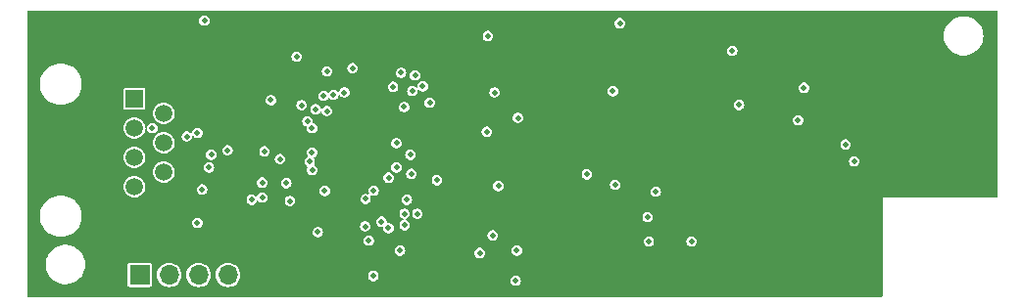
<source format=gbr>
%TF.GenerationSoftware,KiCad,Pcbnew,7.0.5-0*%
%TF.CreationDate,2024-02-03T13:41:04-08:00*%
%TF.ProjectId,transponder-11.9.1,7472616e-7370-46f6-9e64-65722d31312e,rev?*%
%TF.SameCoordinates,Original*%
%TF.FileFunction,Copper,L3,Inr*%
%TF.FilePolarity,Positive*%
%FSLAX46Y46*%
G04 Gerber Fmt 4.6, Leading zero omitted, Abs format (unit mm)*
G04 Created by KiCad (PCBNEW 7.0.5-0) date 2024-02-03 13:41:04*
%MOMM*%
%LPD*%
G01*
G04 APERTURE LIST*
%TA.AperFunction,ComponentPad*%
%ADD10R,1.700000X1.700000*%
%TD*%
%TA.AperFunction,ComponentPad*%
%ADD11O,1.700000X1.700000*%
%TD*%
%TA.AperFunction,ComponentPad*%
%ADD12R,1.500000X1.500000*%
%TD*%
%TA.AperFunction,ComponentPad*%
%ADD13C,1.500000*%
%TD*%
%TA.AperFunction,ComponentPad*%
%ADD14C,0.500000*%
%TD*%
%TA.AperFunction,ViaPad*%
%ADD15C,0.500000*%
%TD*%
G04 APERTURE END LIST*
D10*
%TO.N,+3.3V*%
%TO.C,J2*%
X117325000Y-111900000D03*
D11*
%TO.N,SWDIO*%
X119865000Y-111900000D03*
%TO.N,SWCLK*%
X122405000Y-111900000D03*
%TO.N,NRST*%
X124945000Y-111900000D03*
%TO.N,GND*%
X127485000Y-111900000D03*
%TD*%
D12*
%TO.N,/Connections/V_IN*%
%TO.C,J1*%
X116850000Y-96650000D03*
D13*
%TO.N,/Connections/HOST_TX_OFF*%
X119390000Y-97920000D03*
%TO.N,/Connections/HOST_UART_TX*%
X116850000Y-99190000D03*
%TO.N,/Connections/HOST_GPS_STATUS*%
X119390000Y-100460000D03*
%TO.N,/Connections/HOST_UART_RX*%
X116850000Y-101730000D03*
%TO.N,/Connections/HOST_RX_STATUS*%
X119390000Y-103000000D03*
%TO.N,/Connections/HOST_TX_STATUS*%
X116850000Y-104270000D03*
%TO.N,GND*%
X119390000Y-105540000D03*
%TD*%
D14*
%TO.N,GND*%
%TO.C,U1*%
X146325000Y-95850000D03*
X146325000Y-93750000D03*
X144225000Y-95850000D03*
X144225000Y-93750000D03*
%TD*%
%TO.N,GND*%
%TO.C,U2*%
X146150000Y-107850000D03*
X146150000Y-105750000D03*
X144050000Y-107850000D03*
X144050000Y-105750000D03*
%TD*%
D15*
%TO.N,GND*%
X175000000Y-100500000D03*
X144400000Y-94800000D03*
X184300000Y-100000000D03*
X164500000Y-102600000D03*
X134900000Y-101200000D03*
X150100000Y-106000000D03*
X145300000Y-95700000D03*
X181000000Y-101200000D03*
X155300000Y-99700000D03*
X161500000Y-98400000D03*
X122100000Y-91200000D03*
X145100000Y-105900000D03*
X164500000Y-92600000D03*
X114000000Y-90000000D03*
X179200000Y-104900000D03*
X151800000Y-92600000D03*
X169200000Y-100000000D03*
X173400000Y-110100000D03*
X181000000Y-109800000D03*
X182900000Y-102300000D03*
X156700000Y-103400000D03*
X183700000Y-96900000D03*
X161500000Y-100000000D03*
X185100000Y-96900000D03*
X158600000Y-95000000D03*
X186500000Y-96900000D03*
X176100000Y-104800000D03*
X172100000Y-112300000D03*
X189800000Y-104700000D03*
X114000000Y-108000000D03*
X176700000Y-92200000D03*
X167600000Y-92600000D03*
X159900000Y-102600000D03*
X145300000Y-100900000D03*
X126700000Y-96500000D03*
X182100000Y-102400000D03*
X135800000Y-102000000D03*
X172900000Y-94800000D03*
X185400000Y-95600000D03*
X178100000Y-110100000D03*
X186900000Y-94300000D03*
X153200000Y-107800000D03*
X181900000Y-103500000D03*
X163000000Y-100000000D03*
X181000000Y-107600000D03*
X143000000Y-111100000D03*
X172200000Y-96900000D03*
X121800000Y-102200000D03*
X158600000Y-97200000D03*
X114000000Y-93000000D03*
X185600000Y-102300000D03*
X151700000Y-98500000D03*
X177000000Y-112300000D03*
X166100000Y-92600000D03*
X184200000Y-93000000D03*
X175000000Y-92200000D03*
X176200000Y-94800000D03*
X179300000Y-112300000D03*
X184200000Y-102300000D03*
X175800000Y-110100000D03*
X184200000Y-104700000D03*
X154100000Y-98700000D03*
X160000000Y-92600000D03*
X140000000Y-113000000D03*
X191000000Y-96000000D03*
X154600000Y-95000000D03*
X158400000Y-102600000D03*
X182200000Y-99000000D03*
X161000000Y-113000000D03*
X171400000Y-110700000D03*
X172900000Y-92500000D03*
X178800000Y-98300000D03*
X179700000Y-99000000D03*
X167400000Y-102600000D03*
X170000000Y-95100000D03*
X191000000Y-90000000D03*
X172600000Y-102500000D03*
X151800000Y-108600000D03*
X172400000Y-92000000D03*
X148900000Y-92900000D03*
X147200000Y-101600000D03*
X179300000Y-110100000D03*
X150100000Y-108700000D03*
X177000000Y-90000000D03*
X176700000Y-102300000D03*
X173400000Y-92000000D03*
X177200000Y-104900000D03*
X188700000Y-104700000D03*
X142600000Y-102600000D03*
X161500000Y-95000000D03*
X173300000Y-112300000D03*
X158400000Y-101600000D03*
X178400000Y-94800000D03*
X181000000Y-106500000D03*
X173700000Y-100000000D03*
X182800000Y-92900000D03*
X127400000Y-101300000D03*
X182200000Y-97900000D03*
X160000000Y-95000000D03*
X181000000Y-108700000D03*
X148200000Y-93700000D03*
X109000000Y-98000000D03*
X182800000Y-92100000D03*
X178100000Y-112300000D03*
X140200000Y-92100000D03*
X170700000Y-100000000D03*
X137000000Y-91000000D03*
X183000000Y-100000000D03*
X163000000Y-90000000D03*
X183000000Y-104700000D03*
X158400000Y-100700000D03*
X152500000Y-95200000D03*
X109000000Y-113000000D03*
X177000000Y-110100000D03*
X154100000Y-97300000D03*
X151300000Y-105300000D03*
X153100000Y-90300000D03*
X172300000Y-90100000D03*
X148600000Y-96700000D03*
X143100000Y-99100000D03*
X170000000Y-102600000D03*
X164600000Y-95000000D03*
X109000000Y-103000000D03*
X153400000Y-92600000D03*
X178100000Y-102800000D03*
X180900000Y-105200000D03*
X172200000Y-95700000D03*
X157600000Y-101600000D03*
X174500000Y-112300000D03*
X153400000Y-96200000D03*
X150200000Y-96700000D03*
X157000000Y-113000000D03*
X154200000Y-103400000D03*
X114000000Y-103000000D03*
X163000000Y-92600000D03*
X151700000Y-100000000D03*
X170100000Y-92600000D03*
X177300000Y-94800000D03*
X156800000Y-106500000D03*
X180600000Y-94800000D03*
X170100000Y-98300000D03*
X165800000Y-98300000D03*
X172100000Y-110100000D03*
X154100000Y-100000000D03*
X134900000Y-99500000D03*
X135800000Y-98600000D03*
X182100000Y-99900000D03*
X160300000Y-97100000D03*
X125900000Y-96500000D03*
X157000000Y-99600000D03*
X137500000Y-100400000D03*
X146900000Y-103500000D03*
X145200000Y-112600000D03*
X167800000Y-98300000D03*
X166000000Y-102600000D03*
X159800000Y-104800000D03*
X172900000Y-91500000D03*
X173600000Y-94800000D03*
X172200000Y-94800000D03*
X177000000Y-107900000D03*
X144200000Y-106800000D03*
X129400000Y-91600000D03*
X172900000Y-90500000D03*
X141600000Y-92100000D03*
X148500000Y-106000000D03*
X185600000Y-100000000D03*
X164500000Y-100000000D03*
X171400000Y-92600000D03*
X154100000Y-106600000D03*
X114000000Y-113000000D03*
X179700000Y-98200000D03*
X173900000Y-102500000D03*
X136700000Y-99600000D03*
X156500000Y-92600000D03*
X185400000Y-94300000D03*
X181700000Y-104700000D03*
X146200000Y-94800000D03*
X146000000Y-106800000D03*
X114000000Y-98000000D03*
X175800000Y-112300000D03*
X172400000Y-91000000D03*
X179800000Y-92200000D03*
X179300000Y-107900000D03*
X186500000Y-104700000D03*
X173400000Y-90100000D03*
X145100000Y-106800000D03*
X187600000Y-104700000D03*
X172200000Y-100000000D03*
X178300000Y-92200000D03*
X180000000Y-96600000D03*
X129100000Y-94600000D03*
X190800000Y-104700000D03*
X158400000Y-99700000D03*
X177600000Y-101600000D03*
X180900000Y-112300000D03*
X188000000Y-96900000D03*
X161500000Y-92600000D03*
X191000000Y-93000000D03*
X145300000Y-93900000D03*
X109000000Y-90000000D03*
X175900000Y-101500000D03*
X168700000Y-102600000D03*
X175300000Y-104100000D03*
X167600000Y-95100000D03*
X176800000Y-100800000D03*
X136700000Y-101200000D03*
X179700000Y-99900000D03*
X155800000Y-101600000D03*
X172200000Y-96300000D03*
X174600000Y-110100000D03*
X180900000Y-113400000D03*
X151700000Y-101700000D03*
X161500000Y-102600000D03*
X171300000Y-102600000D03*
X154200000Y-105000000D03*
X148700000Y-108600000D03*
X182200000Y-96900000D03*
X151200000Y-97300000D03*
X163100000Y-102600000D03*
X135800000Y-100400000D03*
X179600000Y-102900000D03*
X171400000Y-111600000D03*
X155000000Y-92600000D03*
X157300000Y-100200000D03*
X151700000Y-103400000D03*
X145100000Y-107700000D03*
X156800000Y-95000000D03*
X185400000Y-104700000D03*
X179500000Y-94800000D03*
X189700000Y-96900000D03*
X157000000Y-100800000D03*
X173400000Y-91000000D03*
X134100000Y-100300000D03*
X145300000Y-94800000D03*
X163000000Y-95000000D03*
%TO.N,+3.3V*%
X136831443Y-105319230D03*
X124900000Y-101100000D03*
X148300000Y-104200000D03*
X161300000Y-109000000D03*
X135700000Y-94000000D03*
X149900000Y-109800000D03*
X179046220Y-102063024D03*
X165000000Y-109000000D03*
X147300000Y-99500000D03*
X139491490Y-102600000D03*
X128642814Y-96774500D03*
X147400000Y-91200000D03*
%TO.N,/Connections/MCU_UART_TX*%
X134049500Y-96300000D03*
X133500000Y-94276500D03*
%TO.N,/Connections/MCU_UART_RX*%
X133485172Y-97714828D03*
X133200000Y-96400000D03*
%TO.N,/Connections/GPS_STATUS*%
X132503578Y-97549831D03*
X127900000Y-103900000D03*
%TO.N,/Connections/HOST_TX_OFF*%
X121385000Y-99915000D03*
X122300000Y-107400000D03*
%TO.N,/Connections/HOST_TX_STATUS*%
X122700000Y-104500000D03*
%TO.N,/Connections/HOST_RX_STATUS*%
X123300000Y-102600000D03*
%TO.N,/Connections/HOST_UART_RX*%
X130875000Y-93000000D03*
X123500000Y-101500000D03*
%TO.N,/Connections/HOST_UART_TX*%
X131300000Y-97200000D03*
X122300000Y-99600000D03*
X118400000Y-99200000D03*
%TO.N,Net-(IC1-ADJ{slash}NC)*%
X174700000Y-95700000D03*
X174200000Y-98500000D03*
%TO.N,/Connections/V_IN*%
X122900000Y-89887500D03*
X169100000Y-97175000D03*
X168500000Y-92500000D03*
%TO.N,/GNSS/GPS_EN*%
X139800000Y-109800000D03*
X138206429Y-107296909D03*
X137525500Y-104600000D03*
X149800000Y-112400000D03*
%TO.N,/Receiver/V_LNA*%
X150000000Y-98300000D03*
X158200000Y-96000000D03*
%TO.N,/Connections/RX_STATUS*%
X140700000Y-101500000D03*
X129979145Y-103950224D03*
%TO.N,/MCU/V_PA_BIAS*%
X135000000Y-96100000D03*
X158800000Y-90100000D03*
%TO.N,/MCU/TRX_SDN*%
X147976500Y-96100000D03*
X139200000Y-95600000D03*
%TO.N,/MCU/SPI_SCK*%
X140400000Y-105400000D03*
X140166990Y-97366991D03*
X139900000Y-94400000D03*
%TO.N,/MCU/SPI_MISO*%
X141100000Y-94624500D03*
X140863438Y-95975500D03*
X141300000Y-106600000D03*
%TO.N,/Receiver/V_LNA*%
X155950000Y-103200000D03*
%TO.N,/MCU/SPI_MOSI*%
X141775998Y-95568700D03*
X140200000Y-106600000D03*
%TO.N,/MCU/RX_SDN*%
X132200000Y-101300000D03*
X147810996Y-108479266D03*
%TO.N,/GNSS/GPS_1PPS*%
X136800000Y-107700000D03*
X161200000Y-106900000D03*
X137100000Y-108925500D03*
X139491490Y-100500000D03*
%TO.N,/GNSS/GPS_OUT*%
X142375500Y-97000000D03*
X161900000Y-104700000D03*
%TO.N,/MCU/RX_DATA*%
X143000000Y-103700000D03*
X132209431Y-102800676D03*
%TO.N,/MCU/RX_CS*%
X140200000Y-107599503D03*
X140791812Y-103137929D03*
%TO.N,/MCU/RX_CLK*%
X132000000Y-102100000D03*
X146700000Y-110000000D03*
%TO.N,Net-(U10-D1)*%
X127000000Y-105400000D03*
X129437610Y-101861544D03*
%TO.N,Net-(U5-PB7)*%
X132700000Y-108200000D03*
X133300000Y-104625724D03*
%TO.N,Net-(U10-G2)*%
X128100000Y-101200000D03*
X130300000Y-105500000D03*
X127900000Y-105200000D03*
%TO.N,Net-(D4-K)*%
X178300000Y-100600000D03*
X158400000Y-104100000D03*
%TO.N,SWDIO*%
X131800000Y-98600000D03*
%TO.N,SWCLK*%
X132200000Y-99200000D03*
%TO.N,NRST*%
X138800000Y-107857677D03*
X137500000Y-112000000D03*
X138824980Y-103477484D03*
%TD*%
%TA.AperFunction,Conductor*%
%TO.N,GND*%
G36*
X191372709Y-89018047D02*
G01*
X191398361Y-89062476D01*
X191399500Y-89075500D01*
X191399500Y-105125000D01*
X191381953Y-105173209D01*
X191337524Y-105198861D01*
X191324500Y-105200000D01*
X181500000Y-105200000D01*
X181500000Y-113724500D01*
X181482453Y-113772709D01*
X181438024Y-113798361D01*
X181425000Y-113799500D01*
X107675500Y-113799500D01*
X107627291Y-113781953D01*
X107601639Y-113737524D01*
X107600500Y-113724500D01*
X107600500Y-112769748D01*
X116274500Y-112769748D01*
X116286132Y-112828230D01*
X116330447Y-112894551D01*
X116330448Y-112894552D01*
X116396769Y-112938867D01*
X116455251Y-112950500D01*
X116455252Y-112950500D01*
X118194749Y-112950500D01*
X118223989Y-112944683D01*
X118253231Y-112938867D01*
X118319552Y-112894552D01*
X118363867Y-112828231D01*
X118375500Y-112769748D01*
X118375500Y-111900000D01*
X118809417Y-111900000D01*
X118829699Y-112105930D01*
X118829699Y-112105932D01*
X118829700Y-112105934D01*
X118889768Y-112303954D01*
X118948592Y-112414005D01*
X118987315Y-112486450D01*
X119079692Y-112599013D01*
X119118590Y-112646410D01*
X119278550Y-112777685D01*
X119461046Y-112875232D01*
X119659066Y-112935300D01*
X119865000Y-112955583D01*
X120070934Y-112935300D01*
X120268954Y-112875232D01*
X120451450Y-112777685D01*
X120611410Y-112646410D01*
X120742685Y-112486450D01*
X120840232Y-112303954D01*
X120900300Y-112105934D01*
X120920583Y-111900000D01*
X121349417Y-111900000D01*
X121369699Y-112105930D01*
X121369699Y-112105932D01*
X121369700Y-112105934D01*
X121429768Y-112303954D01*
X121488592Y-112414005D01*
X121527315Y-112486450D01*
X121619692Y-112599013D01*
X121658590Y-112646410D01*
X121818550Y-112777685D01*
X122001046Y-112875232D01*
X122199066Y-112935300D01*
X122405000Y-112955583D01*
X122610934Y-112935300D01*
X122808954Y-112875232D01*
X122991450Y-112777685D01*
X123151410Y-112646410D01*
X123282685Y-112486450D01*
X123380232Y-112303954D01*
X123440300Y-112105934D01*
X123460583Y-111900000D01*
X123460583Y-111899999D01*
X123889417Y-111899999D01*
X123909699Y-112105930D01*
X123909699Y-112105932D01*
X123909700Y-112105934D01*
X123969768Y-112303954D01*
X124028592Y-112414005D01*
X124067315Y-112486450D01*
X124159692Y-112599013D01*
X124198590Y-112646410D01*
X124358550Y-112777685D01*
X124541046Y-112875232D01*
X124739066Y-112935300D01*
X124945000Y-112955583D01*
X125150934Y-112935300D01*
X125348954Y-112875232D01*
X125531450Y-112777685D01*
X125691410Y-112646410D01*
X125822685Y-112486450D01*
X125920232Y-112303954D01*
X125980300Y-112105934D01*
X125990734Y-112000000D01*
X137044867Y-112000000D01*
X137063303Y-112128226D01*
X137063303Y-112128227D01*
X137063304Y-112128229D01*
X137117116Y-112246060D01*
X137117117Y-112246061D01*
X137117118Y-112246063D01*
X137167280Y-112303954D01*
X137201952Y-112343968D01*
X137310931Y-112414004D01*
X137310933Y-112414005D01*
X137435228Y-112450500D01*
X137564772Y-112450500D01*
X137689066Y-112414005D01*
X137689066Y-112414004D01*
X137689069Y-112414004D01*
X137710860Y-112400000D01*
X149344867Y-112400000D01*
X149363303Y-112528226D01*
X149363303Y-112528227D01*
X149363304Y-112528229D01*
X149417116Y-112646060D01*
X149417117Y-112646061D01*
X149417118Y-112646063D01*
X149475076Y-112712951D01*
X149501952Y-112743968D01*
X149610931Y-112814004D01*
X149610933Y-112814005D01*
X149735228Y-112850500D01*
X149864772Y-112850500D01*
X149989066Y-112814005D01*
X149989066Y-112814004D01*
X149989069Y-112814004D01*
X150098049Y-112743967D01*
X150182882Y-112646063D01*
X150236697Y-112528226D01*
X150255133Y-112400000D01*
X150236697Y-112271774D01*
X150182882Y-112153937D01*
X150098049Y-112056033D01*
X150098048Y-112056032D01*
X150098047Y-112056031D01*
X149989068Y-111985995D01*
X149989066Y-111985994D01*
X149864772Y-111949500D01*
X149735228Y-111949500D01*
X149610933Y-111985994D01*
X149610931Y-111985995D01*
X149501952Y-112056031D01*
X149417116Y-112153939D01*
X149363304Y-112271770D01*
X149363303Y-112271772D01*
X149363303Y-112271774D01*
X149344867Y-112400000D01*
X137710860Y-112400000D01*
X137798049Y-112343967D01*
X137882882Y-112246063D01*
X137936697Y-112128226D01*
X137955133Y-112000000D01*
X137936697Y-111871774D01*
X137882882Y-111753937D01*
X137798049Y-111656033D01*
X137798048Y-111656032D01*
X137798047Y-111656031D01*
X137689068Y-111585995D01*
X137689066Y-111585994D01*
X137564772Y-111549500D01*
X137435228Y-111549500D01*
X137310933Y-111585994D01*
X137310931Y-111585995D01*
X137201952Y-111656031D01*
X137117116Y-111753939D01*
X137063304Y-111871770D01*
X137063303Y-111871772D01*
X137063303Y-111871774D01*
X137044867Y-112000000D01*
X125990734Y-112000000D01*
X126000583Y-111900000D01*
X125980300Y-111694066D01*
X125920232Y-111496046D01*
X125822685Y-111313550D01*
X125691410Y-111153590D01*
X125531450Y-111022315D01*
X125348954Y-110924768D01*
X125150934Y-110864700D01*
X125150932Y-110864699D01*
X125150930Y-110864699D01*
X124973788Y-110847252D01*
X124945000Y-110844417D01*
X124944999Y-110844417D01*
X124739069Y-110864699D01*
X124541045Y-110924768D01*
X124541044Y-110924769D01*
X124358549Y-111022315D01*
X124198590Y-111153589D01*
X124198589Y-111153590D01*
X124067315Y-111313549D01*
X123969769Y-111496044D01*
X123969768Y-111496045D01*
X123909699Y-111694069D01*
X123889417Y-111899999D01*
X123460583Y-111899999D01*
X123440300Y-111694066D01*
X123380232Y-111496046D01*
X123282685Y-111313550D01*
X123151410Y-111153590D01*
X122991450Y-111022315D01*
X122808954Y-110924768D01*
X122610934Y-110864700D01*
X122610932Y-110864699D01*
X122610930Y-110864699D01*
X122433788Y-110847252D01*
X122405000Y-110844417D01*
X122404999Y-110844417D01*
X122199069Y-110864699D01*
X122001045Y-110924768D01*
X122001044Y-110924769D01*
X121818549Y-111022315D01*
X121658590Y-111153589D01*
X121658589Y-111153590D01*
X121527315Y-111313549D01*
X121429769Y-111496044D01*
X121429768Y-111496045D01*
X121369699Y-111694069D01*
X121349417Y-111900000D01*
X120920583Y-111900000D01*
X120900300Y-111694066D01*
X120840232Y-111496046D01*
X120742685Y-111313550D01*
X120611410Y-111153590D01*
X120451450Y-111022315D01*
X120268954Y-110924768D01*
X120070934Y-110864700D01*
X120070932Y-110864699D01*
X120070930Y-110864699D01*
X119893788Y-110847252D01*
X119865000Y-110844417D01*
X119864999Y-110844417D01*
X119659069Y-110864699D01*
X119461045Y-110924768D01*
X119461044Y-110924769D01*
X119278549Y-111022315D01*
X119118590Y-111153589D01*
X119118589Y-111153590D01*
X118987315Y-111313549D01*
X118889769Y-111496044D01*
X118889768Y-111496045D01*
X118829699Y-111694069D01*
X118809417Y-111900000D01*
X118375500Y-111900000D01*
X118375500Y-111030252D01*
X118369482Y-111000000D01*
X118363867Y-110971769D01*
X118319552Y-110905448D01*
X118319551Y-110905447D01*
X118253230Y-110861132D01*
X118194749Y-110849500D01*
X118194748Y-110849500D01*
X116455252Y-110849500D01*
X116455251Y-110849500D01*
X116396769Y-110861132D01*
X116330448Y-110905447D01*
X116330447Y-110905448D01*
X116286132Y-110971769D01*
X116274500Y-111030251D01*
X116274500Y-112769748D01*
X107600500Y-112769748D01*
X107600500Y-111000003D01*
X109182245Y-111000003D01*
X109201429Y-111256010D01*
X109201431Y-111256018D01*
X109258560Y-111506317D01*
X109317318Y-111656031D01*
X109352358Y-111745310D01*
X109480722Y-111967643D01*
X109480728Y-111967651D01*
X109640792Y-112168366D01*
X109828995Y-112342994D01*
X109933149Y-112414004D01*
X110041123Y-112487619D01*
X110272434Y-112599013D01*
X110517764Y-112674687D01*
X110771621Y-112712951D01*
X110771630Y-112712951D01*
X110771632Y-112712952D01*
X110771633Y-112712952D01*
X111028367Y-112712952D01*
X111028368Y-112712952D01*
X111028369Y-112712951D01*
X111028378Y-112712951D01*
X111187609Y-112688949D01*
X111282236Y-112674687D01*
X111527566Y-112599013D01*
X111758878Y-112487619D01*
X111971003Y-112342995D01*
X112159204Y-112168370D01*
X112319276Y-111967646D01*
X112447644Y-111745306D01*
X112541440Y-111506317D01*
X112598569Y-111256018D01*
X112617755Y-111000000D01*
X112617755Y-110999996D01*
X112598570Y-110743989D01*
X112598569Y-110743985D01*
X112598569Y-110743982D01*
X112541440Y-110493683D01*
X112447644Y-110254694D01*
X112319276Y-110032354D01*
X112191215Y-109871770D01*
X112159207Y-109831633D01*
X112125115Y-109800000D01*
X139344867Y-109800000D01*
X139363303Y-109928226D01*
X139363303Y-109928227D01*
X139363304Y-109928229D01*
X139417116Y-110046060D01*
X139417117Y-110046061D01*
X139417118Y-110046063D01*
X139473643Y-110111297D01*
X139501952Y-110143968D01*
X139610931Y-110214004D01*
X139610933Y-110214005D01*
X139735228Y-110250500D01*
X139864772Y-110250500D01*
X139989066Y-110214005D01*
X139989066Y-110214004D01*
X139989069Y-110214004D01*
X140098049Y-110143967D01*
X140182882Y-110046063D01*
X140203919Y-110000000D01*
X146244867Y-110000000D01*
X146263303Y-110128226D01*
X146263303Y-110128227D01*
X146263304Y-110128229D01*
X146317116Y-110246060D01*
X146317117Y-110246061D01*
X146317118Y-110246063D01*
X146324597Y-110254694D01*
X146401952Y-110343968D01*
X146510931Y-110414004D01*
X146510933Y-110414005D01*
X146635228Y-110450500D01*
X146764772Y-110450500D01*
X146889066Y-110414005D01*
X146889066Y-110414004D01*
X146889069Y-110414004D01*
X146998049Y-110343967D01*
X147082882Y-110246063D01*
X147136697Y-110128226D01*
X147155133Y-110000000D01*
X147136697Y-109871774D01*
X147103919Y-109800000D01*
X149444867Y-109800000D01*
X149463303Y-109928226D01*
X149463303Y-109928227D01*
X149463304Y-109928229D01*
X149517116Y-110046060D01*
X149517117Y-110046061D01*
X149517118Y-110046063D01*
X149573643Y-110111297D01*
X149601952Y-110143968D01*
X149710931Y-110214004D01*
X149710933Y-110214005D01*
X149835228Y-110250500D01*
X149964772Y-110250500D01*
X150089066Y-110214005D01*
X150089066Y-110214004D01*
X150089069Y-110214004D01*
X150198049Y-110143967D01*
X150282882Y-110046063D01*
X150336697Y-109928226D01*
X150355133Y-109800000D01*
X150336697Y-109671774D01*
X150282882Y-109553937D01*
X150198049Y-109456033D01*
X150198048Y-109456032D01*
X150198047Y-109456031D01*
X150089068Y-109385995D01*
X150089066Y-109385994D01*
X149964772Y-109349500D01*
X149835228Y-109349500D01*
X149710933Y-109385994D01*
X149710931Y-109385995D01*
X149601952Y-109456031D01*
X149517116Y-109553939D01*
X149463304Y-109671770D01*
X149463303Y-109671772D01*
X149463303Y-109671774D01*
X149444867Y-109800000D01*
X147103919Y-109800000D01*
X147082882Y-109753937D01*
X146998049Y-109656033D01*
X146998048Y-109656032D01*
X146998047Y-109656031D01*
X146889068Y-109585995D01*
X146889066Y-109585994D01*
X146764772Y-109549500D01*
X146635228Y-109549500D01*
X146510933Y-109585994D01*
X146510931Y-109585995D01*
X146401952Y-109656031D01*
X146317116Y-109753939D01*
X146263304Y-109871770D01*
X146263303Y-109871772D01*
X146263303Y-109871774D01*
X146244867Y-110000000D01*
X140203919Y-110000000D01*
X140236697Y-109928226D01*
X140255133Y-109800000D01*
X140236697Y-109671774D01*
X140182882Y-109553937D01*
X140098049Y-109456033D01*
X140098048Y-109456032D01*
X140098047Y-109456031D01*
X139989068Y-109385995D01*
X139989066Y-109385994D01*
X139864772Y-109349500D01*
X139735228Y-109349500D01*
X139610933Y-109385994D01*
X139610931Y-109385995D01*
X139501952Y-109456031D01*
X139417116Y-109553939D01*
X139363304Y-109671770D01*
X139363303Y-109671772D01*
X139363303Y-109671774D01*
X139344867Y-109800000D01*
X112125115Y-109800000D01*
X111971004Y-109657005D01*
X111758878Y-109512381D01*
X111641866Y-109456031D01*
X111527566Y-109400987D01*
X111527563Y-109400986D01*
X111527561Y-109400985D01*
X111342711Y-109343967D01*
X111282236Y-109325313D01*
X111282234Y-109325312D01*
X111282235Y-109325312D01*
X111028378Y-109287048D01*
X111028368Y-109287048D01*
X110771632Y-109287048D01*
X110771621Y-109287048D01*
X110517765Y-109325312D01*
X110272438Y-109400985D01*
X110041122Y-109512381D01*
X109828995Y-109657005D01*
X109640792Y-109831633D01*
X109480728Y-110032348D01*
X109480722Y-110032356D01*
X109352358Y-110254689D01*
X109258560Y-110493683D01*
X109201429Y-110743989D01*
X109182245Y-110999996D01*
X109182245Y-111000003D01*
X107600500Y-111000003D01*
X107600500Y-108925500D01*
X136644867Y-108925500D01*
X136663303Y-109053726D01*
X136663303Y-109053727D01*
X136663304Y-109053729D01*
X136717116Y-109171560D01*
X136717117Y-109171561D01*
X136717118Y-109171563D01*
X136781669Y-109246060D01*
X136801952Y-109269468D01*
X136910931Y-109339504D01*
X136910933Y-109339505D01*
X137035228Y-109376000D01*
X137164772Y-109376000D01*
X137289066Y-109339505D01*
X137289066Y-109339504D01*
X137289069Y-109339504D01*
X137398049Y-109269467D01*
X137482882Y-109171563D01*
X137536697Y-109053726D01*
X137544422Y-109000000D01*
X160844867Y-109000000D01*
X160863303Y-109128226D01*
X160863303Y-109128227D01*
X160863304Y-109128229D01*
X160917116Y-109246060D01*
X160917117Y-109246061D01*
X160917118Y-109246063D01*
X160998084Y-109339504D01*
X161001952Y-109343968D01*
X161110931Y-109414004D01*
X161110933Y-109414005D01*
X161235228Y-109450500D01*
X161364772Y-109450500D01*
X161489066Y-109414005D01*
X161489066Y-109414004D01*
X161489069Y-109414004D01*
X161598049Y-109343967D01*
X161682882Y-109246063D01*
X161736697Y-109128226D01*
X161755133Y-109000000D01*
X164544867Y-109000000D01*
X164563303Y-109128226D01*
X164563303Y-109128227D01*
X164563304Y-109128229D01*
X164617116Y-109246060D01*
X164617117Y-109246061D01*
X164617118Y-109246063D01*
X164698084Y-109339504D01*
X164701952Y-109343968D01*
X164810931Y-109414004D01*
X164810933Y-109414005D01*
X164935228Y-109450500D01*
X165064772Y-109450500D01*
X165189066Y-109414005D01*
X165189066Y-109414004D01*
X165189069Y-109414004D01*
X165298049Y-109343967D01*
X165382882Y-109246063D01*
X165436697Y-109128226D01*
X165455133Y-109000000D01*
X165436697Y-108871774D01*
X165382882Y-108753937D01*
X165298049Y-108656033D01*
X165298048Y-108656032D01*
X165298047Y-108656031D01*
X165189068Y-108585995D01*
X165189066Y-108585994D01*
X165064772Y-108549500D01*
X164935228Y-108549500D01*
X164810933Y-108585994D01*
X164810931Y-108585995D01*
X164701952Y-108656031D01*
X164617116Y-108753939D01*
X164563304Y-108871770D01*
X164563303Y-108871772D01*
X164563303Y-108871774D01*
X164544867Y-109000000D01*
X161755133Y-109000000D01*
X161736697Y-108871774D01*
X161682882Y-108753937D01*
X161598049Y-108656033D01*
X161598048Y-108656032D01*
X161598047Y-108656031D01*
X161489068Y-108585995D01*
X161489066Y-108585994D01*
X161364772Y-108549500D01*
X161235228Y-108549500D01*
X161110933Y-108585994D01*
X161110931Y-108585995D01*
X161001952Y-108656031D01*
X160917116Y-108753939D01*
X160863304Y-108871770D01*
X160863303Y-108871772D01*
X160863303Y-108871774D01*
X160844867Y-109000000D01*
X137544422Y-109000000D01*
X137555133Y-108925500D01*
X137536697Y-108797274D01*
X137482882Y-108679437D01*
X137398049Y-108581533D01*
X137398048Y-108581532D01*
X137398047Y-108581531D01*
X137289068Y-108511495D01*
X137289066Y-108511494D01*
X137179301Y-108479266D01*
X147355863Y-108479266D01*
X147374299Y-108607492D01*
X147374299Y-108607493D01*
X147374300Y-108607495D01*
X147428112Y-108725326D01*
X147428113Y-108725327D01*
X147428114Y-108725329D01*
X147490454Y-108797274D01*
X147512948Y-108823234D01*
X147621927Y-108893270D01*
X147621929Y-108893271D01*
X147746224Y-108929766D01*
X147875768Y-108929766D01*
X148000062Y-108893271D01*
X148000062Y-108893270D01*
X148000065Y-108893270D01*
X148109045Y-108823233D01*
X148193878Y-108725329D01*
X148247693Y-108607492D01*
X148266129Y-108479266D01*
X148247693Y-108351040D01*
X148193878Y-108233203D01*
X148109045Y-108135299D01*
X148109044Y-108135298D01*
X148109043Y-108135297D01*
X148000064Y-108065261D01*
X148000062Y-108065260D01*
X147875768Y-108028766D01*
X147746224Y-108028766D01*
X147621929Y-108065260D01*
X147621927Y-108065261D01*
X147512948Y-108135297D01*
X147428112Y-108233205D01*
X147374300Y-108351036D01*
X147374299Y-108351038D01*
X147374299Y-108351040D01*
X147355863Y-108479266D01*
X137179301Y-108479266D01*
X137164772Y-108475000D01*
X137035228Y-108475000D01*
X136910933Y-108511494D01*
X136910931Y-108511495D01*
X136801952Y-108581531D01*
X136717116Y-108679439D01*
X136663304Y-108797270D01*
X136663303Y-108797272D01*
X136663303Y-108797274D01*
X136644867Y-108925500D01*
X107600500Y-108925500D01*
X107600500Y-106944939D01*
X108699500Y-106944939D01*
X108739719Y-107211768D01*
X108739720Y-107211772D01*
X108819262Y-107469641D01*
X108887633Y-107611614D01*
X108936349Y-107712774D01*
X109088365Y-107935742D01*
X109271918Y-108133564D01*
X109396864Y-108233205D01*
X109482898Y-108301815D01*
X109528644Y-108328226D01*
X109716602Y-108436743D01*
X109967799Y-108535332D01*
X109967801Y-108535332D01*
X109967805Y-108535334D01*
X110230897Y-108595383D01*
X110230900Y-108595383D01*
X110230904Y-108595384D01*
X110432621Y-108610500D01*
X110432624Y-108610500D01*
X110567379Y-108610500D01*
X110769095Y-108595384D01*
X110769097Y-108595383D01*
X110769103Y-108595383D01*
X111032195Y-108535334D01*
X111283398Y-108436743D01*
X111517102Y-108301815D01*
X111644773Y-108200000D01*
X132244867Y-108200000D01*
X132263303Y-108328226D01*
X132263303Y-108328227D01*
X132263304Y-108328229D01*
X132317116Y-108446060D01*
X132317117Y-108446061D01*
X132317118Y-108446063D01*
X132373815Y-108511496D01*
X132401952Y-108543968D01*
X132510931Y-108614004D01*
X132510933Y-108614005D01*
X132635228Y-108650500D01*
X132764772Y-108650500D01*
X132889066Y-108614005D01*
X132889066Y-108614004D01*
X132889069Y-108614004D01*
X132998049Y-108543967D01*
X133082882Y-108446063D01*
X133136697Y-108328226D01*
X133155133Y-108200000D01*
X133136697Y-108071774D01*
X133082882Y-107953937D01*
X132998049Y-107856033D01*
X132998048Y-107856032D01*
X132998047Y-107856031D01*
X132889068Y-107785995D01*
X132889066Y-107785994D01*
X132764772Y-107749500D01*
X132635228Y-107749500D01*
X132510933Y-107785994D01*
X132510931Y-107785995D01*
X132401952Y-107856031D01*
X132317116Y-107953939D01*
X132263304Y-108071770D01*
X132263303Y-108071772D01*
X132263303Y-108071774D01*
X132244867Y-108200000D01*
X111644773Y-108200000D01*
X111728085Y-108133561D01*
X111911635Y-107935741D01*
X112063651Y-107712775D01*
X112180738Y-107469641D01*
X112202219Y-107400000D01*
X121844867Y-107400000D01*
X121863303Y-107528226D01*
X121863303Y-107528227D01*
X121863304Y-107528229D01*
X121917116Y-107646060D01*
X121917117Y-107646061D01*
X121917118Y-107646063D01*
X121980282Y-107718959D01*
X122001952Y-107743968D01*
X122110931Y-107814004D01*
X122110933Y-107814005D01*
X122235228Y-107850500D01*
X122364772Y-107850500D01*
X122489066Y-107814005D01*
X122489066Y-107814004D01*
X122489069Y-107814004D01*
X122598049Y-107743967D01*
X122636146Y-107700000D01*
X136344867Y-107700000D01*
X136363303Y-107828226D01*
X136363303Y-107828227D01*
X136363304Y-107828229D01*
X136417116Y-107946060D01*
X136417117Y-107946061D01*
X136417118Y-107946063D01*
X136501951Y-108043967D01*
X136501952Y-108043968D01*
X136610931Y-108114004D01*
X136610933Y-108114005D01*
X136735228Y-108150500D01*
X136864772Y-108150500D01*
X136989066Y-108114005D01*
X136989066Y-108114004D01*
X136989069Y-108114004D01*
X137098049Y-108043967D01*
X137182882Y-107946063D01*
X137236697Y-107828226D01*
X137255133Y-107700000D01*
X137236697Y-107571774D01*
X137190054Y-107469641D01*
X137182883Y-107453939D01*
X137182882Y-107453938D01*
X137182882Y-107453937D01*
X137098049Y-107356033D01*
X137098048Y-107356032D01*
X137098047Y-107356031D01*
X137006051Y-107296909D01*
X137751296Y-107296909D01*
X137769732Y-107425135D01*
X137769732Y-107425136D01*
X137769733Y-107425138D01*
X137823545Y-107542969D01*
X137823546Y-107542970D01*
X137823547Y-107542972D01*
X137908380Y-107640876D01*
X137908381Y-107640877D01*
X138017360Y-107710913D01*
X138017362Y-107710914D01*
X138141657Y-107747409D01*
X138274167Y-107747409D01*
X138322376Y-107764956D01*
X138348028Y-107809385D01*
X138348403Y-107833084D01*
X138345104Y-107856031D01*
X138344867Y-107857677D01*
X138363303Y-107985903D01*
X138363303Y-107985904D01*
X138363304Y-107985906D01*
X138417116Y-108103737D01*
X138417117Y-108103738D01*
X138417118Y-108103740D01*
X138501951Y-108201644D01*
X138501952Y-108201645D01*
X138610931Y-108271681D01*
X138610933Y-108271682D01*
X138735228Y-108308177D01*
X138864772Y-108308177D01*
X138989066Y-108271682D01*
X138989066Y-108271681D01*
X138989069Y-108271681D01*
X139098049Y-108201644D01*
X139182882Y-108103740D01*
X139236697Y-107985903D01*
X139255133Y-107857677D01*
X139236697Y-107729451D01*
X139182882Y-107611614D01*
X139172388Y-107599503D01*
X139744867Y-107599503D01*
X139763303Y-107727729D01*
X139763303Y-107727730D01*
X139763304Y-107727732D01*
X139817116Y-107845563D01*
X139817117Y-107845564D01*
X139817118Y-107845566D01*
X139895254Y-107935741D01*
X139901952Y-107943471D01*
X140010931Y-108013507D01*
X140010933Y-108013508D01*
X140135228Y-108050003D01*
X140264772Y-108050003D01*
X140389066Y-108013508D01*
X140389066Y-108013507D01*
X140389069Y-108013507D01*
X140498049Y-107943470D01*
X140582882Y-107845566D01*
X140636697Y-107727729D01*
X140655133Y-107599503D01*
X140636697Y-107471277D01*
X140582882Y-107353440D01*
X140498049Y-107255536D01*
X140498048Y-107255535D01*
X140498047Y-107255534D01*
X140389068Y-107185498D01*
X140342118Y-107171713D01*
X140300805Y-107141295D01*
X140288710Y-107091438D01*
X140311492Y-107045471D01*
X140342117Y-107027789D01*
X140389069Y-107014004D01*
X140498049Y-106943967D01*
X140582882Y-106846063D01*
X140636697Y-106728226D01*
X140655133Y-106600000D01*
X140844867Y-106600000D01*
X140863303Y-106728226D01*
X140863303Y-106728227D01*
X140863304Y-106728229D01*
X140917116Y-106846060D01*
X140917117Y-106846061D01*
X140917118Y-106846063D01*
X140963854Y-106900000D01*
X141001952Y-106943968D01*
X141110931Y-107014004D01*
X141110933Y-107014005D01*
X141235228Y-107050500D01*
X141364772Y-107050500D01*
X141489066Y-107014005D01*
X141489066Y-107014004D01*
X141489069Y-107014004D01*
X141598049Y-106943967D01*
X141636146Y-106900000D01*
X160744867Y-106900000D01*
X160763303Y-107028226D01*
X160763303Y-107028227D01*
X160763304Y-107028229D01*
X160817116Y-107146060D01*
X160817117Y-107146061D01*
X160817118Y-107146063D01*
X160901951Y-107243967D01*
X160901952Y-107243968D01*
X161010931Y-107314004D01*
X161010933Y-107314005D01*
X161135228Y-107350500D01*
X161264772Y-107350500D01*
X161389066Y-107314005D01*
X161389066Y-107314004D01*
X161389069Y-107314004D01*
X161498049Y-107243967D01*
X161582882Y-107146063D01*
X161636697Y-107028226D01*
X161655133Y-106900000D01*
X161636697Y-106771774D01*
X161582882Y-106653937D01*
X161498049Y-106556033D01*
X161498048Y-106556032D01*
X161498047Y-106556031D01*
X161389068Y-106485995D01*
X161389066Y-106485994D01*
X161264772Y-106449500D01*
X161135228Y-106449500D01*
X161010933Y-106485994D01*
X161010931Y-106485995D01*
X160901952Y-106556031D01*
X160817116Y-106653939D01*
X160763304Y-106771770D01*
X160763303Y-106771772D01*
X160763303Y-106771774D01*
X160744867Y-106900000D01*
X141636146Y-106900000D01*
X141682882Y-106846063D01*
X141736697Y-106728226D01*
X141755133Y-106600000D01*
X141736697Y-106471774D01*
X141682882Y-106353937D01*
X141598049Y-106256033D01*
X141598048Y-106256032D01*
X141598047Y-106256031D01*
X141489068Y-106185995D01*
X141489066Y-106185994D01*
X141364772Y-106149500D01*
X141235228Y-106149500D01*
X141110933Y-106185994D01*
X141110931Y-106185995D01*
X141001952Y-106256031D01*
X140917116Y-106353939D01*
X140863304Y-106471770D01*
X140863303Y-106471772D01*
X140863303Y-106471774D01*
X140844867Y-106600000D01*
X140655133Y-106600000D01*
X140636697Y-106471774D01*
X140582882Y-106353937D01*
X140498049Y-106256033D01*
X140498048Y-106256032D01*
X140498047Y-106256031D01*
X140389068Y-106185995D01*
X140389066Y-106185994D01*
X140264772Y-106149500D01*
X140135228Y-106149500D01*
X140010933Y-106185994D01*
X140010931Y-106185995D01*
X139901952Y-106256031D01*
X139817116Y-106353939D01*
X139763304Y-106471770D01*
X139763303Y-106471772D01*
X139763303Y-106471774D01*
X139744867Y-106600000D01*
X139763303Y-106728226D01*
X139763303Y-106728227D01*
X139763304Y-106728229D01*
X139817116Y-106846060D01*
X139817117Y-106846061D01*
X139817118Y-106846063D01*
X139863854Y-106900000D01*
X139901952Y-106943968D01*
X139915913Y-106952940D01*
X140010931Y-107014004D01*
X140057880Y-107027789D01*
X140099193Y-107058206D01*
X140111289Y-107108063D01*
X140088508Y-107154030D01*
X140057881Y-107171713D01*
X140010932Y-107185498D01*
X140010931Y-107185498D01*
X139901952Y-107255534D01*
X139817116Y-107353442D01*
X139763304Y-107471273D01*
X139763303Y-107471275D01*
X139763303Y-107471277D01*
X139744867Y-107599503D01*
X139172388Y-107599503D01*
X139098049Y-107513710D01*
X139098048Y-107513709D01*
X139098047Y-107513708D01*
X138989068Y-107443672D01*
X138989066Y-107443671D01*
X138864772Y-107407177D01*
X138735228Y-107407177D01*
X138732262Y-107407177D01*
X138684053Y-107389630D01*
X138658401Y-107345201D01*
X138658026Y-107321502D01*
X138659104Y-107314004D01*
X138661562Y-107296909D01*
X138643126Y-107168683D01*
X138589311Y-107050846D01*
X138504478Y-106952942D01*
X138504477Y-106952941D01*
X138504476Y-106952940D01*
X138395497Y-106882904D01*
X138395495Y-106882903D01*
X138271201Y-106846409D01*
X138141657Y-106846409D01*
X138017362Y-106882903D01*
X138017360Y-106882904D01*
X137908381Y-106952940D01*
X137823545Y-107050848D01*
X137769733Y-107168679D01*
X137769732Y-107168681D01*
X137769732Y-107168683D01*
X137751296Y-107296909D01*
X137006051Y-107296909D01*
X136989068Y-107285995D01*
X136989066Y-107285994D01*
X136864772Y-107249500D01*
X136735228Y-107249500D01*
X136610933Y-107285994D01*
X136610931Y-107285995D01*
X136501952Y-107356031D01*
X136417116Y-107453939D01*
X136363304Y-107571770D01*
X136363303Y-107571772D01*
X136363303Y-107571774D01*
X136344867Y-107700000D01*
X122636146Y-107700000D01*
X122682882Y-107646063D01*
X122736697Y-107528226D01*
X122755133Y-107400000D01*
X122736697Y-107271774D01*
X122689615Y-107168679D01*
X122682883Y-107153939D01*
X122682882Y-107153938D01*
X122682882Y-107153937D01*
X122598049Y-107056033D01*
X122598048Y-107056032D01*
X122598047Y-107056031D01*
X122489068Y-106985995D01*
X122489066Y-106985994D01*
X122364772Y-106949500D01*
X122235228Y-106949500D01*
X122110933Y-106985994D01*
X122110931Y-106985995D01*
X122001952Y-107056031D01*
X121917116Y-107153939D01*
X121863304Y-107271770D01*
X121863303Y-107271772D01*
X121863303Y-107271774D01*
X121844867Y-107400000D01*
X112202219Y-107400000D01*
X112260280Y-107211772D01*
X112288011Y-107027789D01*
X112300499Y-106944939D01*
X112300500Y-106944927D01*
X112300500Y-106675072D01*
X112300499Y-106675060D01*
X112276661Y-106516912D01*
X112260280Y-106408228D01*
X112180738Y-106150359D01*
X112063651Y-105907226D01*
X111911635Y-105684259D01*
X111911634Y-105684257D01*
X111740667Y-105499999D01*
X111728085Y-105486439D01*
X111728083Y-105486438D01*
X111728081Y-105486435D01*
X111619695Y-105400000D01*
X126544867Y-105400000D01*
X126563303Y-105528226D01*
X126563303Y-105528227D01*
X126563304Y-105528229D01*
X126617116Y-105646060D01*
X126617117Y-105646061D01*
X126617118Y-105646063D01*
X126650213Y-105684257D01*
X126701952Y-105743968D01*
X126810931Y-105814004D01*
X126810933Y-105814005D01*
X126935228Y-105850500D01*
X127064772Y-105850500D01*
X127189066Y-105814005D01*
X127189066Y-105814004D01*
X127189069Y-105814004D01*
X127298049Y-105743967D01*
X127382882Y-105646063D01*
X127436697Y-105528226D01*
X127438926Y-105523346D01*
X127440315Y-105523980D01*
X127466772Y-105488026D01*
X127516626Y-105475916D01*
X127562600Y-105498684D01*
X127565012Y-105501337D01*
X127588312Y-105528226D01*
X127601952Y-105543968D01*
X127710931Y-105614004D01*
X127710933Y-105614005D01*
X127835228Y-105650500D01*
X127964772Y-105650500D01*
X128089066Y-105614005D01*
X128089066Y-105614004D01*
X128089069Y-105614004D01*
X128198049Y-105543967D01*
X128236146Y-105500000D01*
X129844867Y-105500000D01*
X129863303Y-105628226D01*
X129863303Y-105628227D01*
X129863304Y-105628229D01*
X129917116Y-105746060D01*
X129917117Y-105746061D01*
X129917118Y-105746063D01*
X129975989Y-105814005D01*
X130001952Y-105843968D01*
X130110931Y-105914004D01*
X130110933Y-105914005D01*
X130235228Y-105950500D01*
X130364772Y-105950500D01*
X130489066Y-105914005D01*
X130489066Y-105914004D01*
X130489069Y-105914004D01*
X130598049Y-105843967D01*
X130682882Y-105746063D01*
X130736697Y-105628226D01*
X130755133Y-105500000D01*
X130736697Y-105371774D01*
X130712701Y-105319230D01*
X136376310Y-105319230D01*
X136394746Y-105447456D01*
X136394746Y-105447457D01*
X136394747Y-105447459D01*
X136448559Y-105565290D01*
X136448560Y-105565291D01*
X136448561Y-105565293D01*
X136490769Y-105614004D01*
X136533395Y-105663198D01*
X136642374Y-105733234D01*
X136642376Y-105733235D01*
X136766671Y-105769730D01*
X136896215Y-105769730D01*
X137020509Y-105733235D01*
X137020509Y-105733234D01*
X137020512Y-105733234D01*
X137129492Y-105663197D01*
X137214325Y-105565293D01*
X137268140Y-105447456D01*
X137274963Y-105400000D01*
X139944867Y-105400000D01*
X139963303Y-105528226D01*
X139963303Y-105528227D01*
X139963304Y-105528229D01*
X140017116Y-105646060D01*
X140017117Y-105646061D01*
X140017118Y-105646063D01*
X140050213Y-105684257D01*
X140101952Y-105743968D01*
X140210931Y-105814004D01*
X140210933Y-105814005D01*
X140335228Y-105850500D01*
X140464772Y-105850500D01*
X140589066Y-105814005D01*
X140589066Y-105814004D01*
X140589069Y-105814004D01*
X140698049Y-105743967D01*
X140782882Y-105646063D01*
X140836697Y-105528226D01*
X140855133Y-105400000D01*
X140836697Y-105271774D01*
X140782882Y-105153937D01*
X140698049Y-105056033D01*
X140698048Y-105056032D01*
X140698047Y-105056031D01*
X140589068Y-104985995D01*
X140589066Y-104985994D01*
X140464772Y-104949500D01*
X140335228Y-104949500D01*
X140210933Y-104985994D01*
X140210931Y-104985995D01*
X140101952Y-105056031D01*
X140017116Y-105153939D01*
X139963304Y-105271770D01*
X139963303Y-105271772D01*
X139963303Y-105271774D01*
X139944867Y-105400000D01*
X137274963Y-105400000D01*
X137286576Y-105319230D01*
X137268140Y-105191004D01*
X137231466Y-105110700D01*
X137227400Y-105059558D01*
X137257158Y-105017768D01*
X137306817Y-105004883D01*
X137330895Y-105013216D01*
X137331553Y-105011776D01*
X137336433Y-105014005D01*
X137460728Y-105050500D01*
X137590272Y-105050500D01*
X137714566Y-105014005D01*
X137714566Y-105014004D01*
X137714569Y-105014004D01*
X137823549Y-104943967D01*
X137908382Y-104846063D01*
X137962197Y-104728226D01*
X137966255Y-104700000D01*
X161444867Y-104700000D01*
X161463303Y-104828226D01*
X161463303Y-104828227D01*
X161463304Y-104828229D01*
X161517116Y-104946060D01*
X161517117Y-104946061D01*
X161517118Y-104946063D01*
X161598278Y-105039728D01*
X161601952Y-105043968D01*
X161710931Y-105114004D01*
X161710933Y-105114005D01*
X161835228Y-105150500D01*
X161964772Y-105150500D01*
X162089066Y-105114005D01*
X162089066Y-105114004D01*
X162089069Y-105114004D01*
X162198049Y-105043967D01*
X162282882Y-104946063D01*
X162336697Y-104828226D01*
X162355133Y-104700000D01*
X162336697Y-104571774D01*
X162282882Y-104453937D01*
X162198049Y-104356033D01*
X162198048Y-104356032D01*
X162198047Y-104356031D01*
X162089068Y-104285995D01*
X162089066Y-104285994D01*
X161964772Y-104249500D01*
X161835228Y-104249500D01*
X161710933Y-104285994D01*
X161710931Y-104285995D01*
X161601952Y-104356031D01*
X161517116Y-104453939D01*
X161463304Y-104571770D01*
X161463303Y-104571772D01*
X161463303Y-104571774D01*
X161444867Y-104700000D01*
X137966255Y-104700000D01*
X137980633Y-104600000D01*
X137962197Y-104471774D01*
X137908382Y-104353937D01*
X137823549Y-104256033D01*
X137823548Y-104256032D01*
X137823547Y-104256031D01*
X137736360Y-104200000D01*
X147844867Y-104200000D01*
X147863303Y-104328226D01*
X147863303Y-104328227D01*
X147863304Y-104328229D01*
X147917116Y-104446060D01*
X147917117Y-104446061D01*
X147917118Y-104446063D01*
X147975989Y-104514005D01*
X148001952Y-104543968D01*
X148110931Y-104614004D01*
X148110933Y-104614005D01*
X148235228Y-104650500D01*
X148364772Y-104650500D01*
X148489066Y-104614005D01*
X148489066Y-104614004D01*
X148489069Y-104614004D01*
X148598049Y-104543967D01*
X148682882Y-104446063D01*
X148736697Y-104328226D01*
X148755133Y-104200000D01*
X148740755Y-104100000D01*
X157944867Y-104100000D01*
X157963303Y-104228226D01*
X157963303Y-104228227D01*
X157963304Y-104228229D01*
X158017116Y-104346060D01*
X158017117Y-104346061D01*
X158017118Y-104346063D01*
X158101951Y-104443967D01*
X158101952Y-104443968D01*
X158210931Y-104514004D01*
X158210933Y-104514005D01*
X158335228Y-104550500D01*
X158464772Y-104550500D01*
X158589066Y-104514005D01*
X158589066Y-104514004D01*
X158589069Y-104514004D01*
X158698049Y-104443967D01*
X158782882Y-104346063D01*
X158836697Y-104228226D01*
X158855133Y-104100000D01*
X158836697Y-103971774D01*
X158782882Y-103853937D01*
X158698049Y-103756033D01*
X158698048Y-103756032D01*
X158698047Y-103756031D01*
X158589068Y-103685995D01*
X158589066Y-103685994D01*
X158464772Y-103649500D01*
X158335228Y-103649500D01*
X158210933Y-103685994D01*
X158210931Y-103685995D01*
X158101952Y-103756031D01*
X158017116Y-103853939D01*
X157963304Y-103971770D01*
X157963303Y-103971772D01*
X157963303Y-103971774D01*
X157944867Y-104100000D01*
X148740755Y-104100000D01*
X148736697Y-104071774D01*
X148682882Y-103953937D01*
X148598049Y-103856033D01*
X148598048Y-103856032D01*
X148598047Y-103856031D01*
X148489068Y-103785995D01*
X148489066Y-103785994D01*
X148364772Y-103749500D01*
X148235228Y-103749500D01*
X148110933Y-103785994D01*
X148110931Y-103785995D01*
X148001952Y-103856031D01*
X147917116Y-103953939D01*
X147863304Y-104071770D01*
X147863303Y-104071772D01*
X147863303Y-104071774D01*
X147844867Y-104200000D01*
X137736360Y-104200000D01*
X137714568Y-104185995D01*
X137714566Y-104185994D01*
X137590272Y-104149500D01*
X137460728Y-104149500D01*
X137336433Y-104185994D01*
X137336431Y-104185995D01*
X137227452Y-104256031D01*
X137142616Y-104353939D01*
X137088804Y-104471770D01*
X137088803Y-104471772D01*
X137088803Y-104471774D01*
X137070367Y-104600000D01*
X137072380Y-104614004D01*
X137088804Y-104728230D01*
X137125476Y-104808530D01*
X137129542Y-104859671D01*
X137099784Y-104901462D01*
X137050125Y-104914346D01*
X137026046Y-104906017D01*
X137025390Y-104907454D01*
X137020509Y-104905224D01*
X136896215Y-104868730D01*
X136766671Y-104868730D01*
X136642376Y-104905224D01*
X136642374Y-104905225D01*
X136533395Y-104975261D01*
X136448559Y-105073169D01*
X136394747Y-105191000D01*
X136394746Y-105191002D01*
X136394746Y-105191004D01*
X136376310Y-105319230D01*
X130712701Y-105319230D01*
X130682882Y-105253937D01*
X130598049Y-105156033D01*
X130598048Y-105156032D01*
X130598047Y-105156031D01*
X130489068Y-105085995D01*
X130489066Y-105085994D01*
X130364772Y-105049500D01*
X130235228Y-105049500D01*
X130110933Y-105085994D01*
X130110931Y-105085995D01*
X130001952Y-105156031D01*
X129917116Y-105253939D01*
X129863304Y-105371770D01*
X129863303Y-105371772D01*
X129863303Y-105371774D01*
X129844867Y-105500000D01*
X128236146Y-105500000D01*
X128282882Y-105446063D01*
X128336697Y-105328226D01*
X128355133Y-105200000D01*
X128336697Y-105071774D01*
X128292621Y-104975263D01*
X128282883Y-104953939D01*
X128282882Y-104953938D01*
X128282882Y-104953937D01*
X128198049Y-104856033D01*
X128198048Y-104856032D01*
X128198047Y-104856031D01*
X128089068Y-104785995D01*
X128089066Y-104785994D01*
X127964772Y-104749500D01*
X127835228Y-104749500D01*
X127710933Y-104785994D01*
X127710931Y-104785995D01*
X127601952Y-104856031D01*
X127517116Y-104953939D01*
X127461074Y-105076654D01*
X127459688Y-105076021D01*
X127433208Y-105111986D01*
X127383351Y-105124081D01*
X127337384Y-105101299D01*
X127334982Y-105098657D01*
X127324011Y-105085996D01*
X127298049Y-105056033D01*
X127298048Y-105056032D01*
X127298047Y-105056031D01*
X127189068Y-104985995D01*
X127189066Y-104985994D01*
X127064772Y-104949500D01*
X126935228Y-104949500D01*
X126810933Y-104985994D01*
X126810931Y-104985995D01*
X126701952Y-105056031D01*
X126617116Y-105153939D01*
X126563304Y-105271770D01*
X126563303Y-105271772D01*
X126563303Y-105271774D01*
X126544867Y-105400000D01*
X111619695Y-105400000D01*
X111517107Y-105318189D01*
X111517099Y-105318183D01*
X111283397Y-105183256D01*
X111032200Y-105084667D01*
X110769095Y-105024615D01*
X110567379Y-105009500D01*
X110567376Y-105009500D01*
X110432624Y-105009500D01*
X110432621Y-105009500D01*
X110230904Y-105024615D01*
X109967799Y-105084667D01*
X109716602Y-105183256D01*
X109482900Y-105318183D01*
X109482892Y-105318189D01*
X109271918Y-105486435D01*
X109088365Y-105684257D01*
X108936349Y-105907224D01*
X108819261Y-106150361D01*
X108739719Y-106408231D01*
X108699500Y-106675060D01*
X108699500Y-106944939D01*
X107600500Y-106944939D01*
X107600500Y-104269999D01*
X115894901Y-104269999D01*
X115913252Y-104456332D01*
X115967601Y-104635494D01*
X115967603Y-104635500D01*
X115967604Y-104635501D01*
X116055864Y-104800625D01*
X116174643Y-104945357D01*
X116319375Y-105064136D01*
X116484499Y-105152396D01*
X116484503Y-105152397D01*
X116484505Y-105152398D01*
X116663667Y-105206747D01*
X116694331Y-105209766D01*
X116850000Y-105225099D01*
X117019625Y-105208392D01*
X117036332Y-105206747D01*
X117163674Y-105168117D01*
X117215501Y-105152396D01*
X117380625Y-105064136D01*
X117525357Y-104945357D01*
X117644136Y-104800625D01*
X117732396Y-104635501D01*
X117758181Y-104550500D01*
X117773500Y-104500000D01*
X122244867Y-104500000D01*
X122263303Y-104628226D01*
X122263303Y-104628227D01*
X122263304Y-104628229D01*
X122317116Y-104746060D01*
X122317117Y-104746061D01*
X122317118Y-104746063D01*
X122323955Y-104753953D01*
X122401952Y-104843968D01*
X122510931Y-104914004D01*
X122510933Y-104914005D01*
X122635228Y-104950500D01*
X122764772Y-104950500D01*
X122889066Y-104914005D01*
X122889066Y-104914004D01*
X122889069Y-104914004D01*
X122998049Y-104843967D01*
X123082882Y-104746063D01*
X123136697Y-104628226D01*
X123137057Y-104625724D01*
X132844867Y-104625724D01*
X132863303Y-104753950D01*
X132863303Y-104753951D01*
X132863304Y-104753953D01*
X132917116Y-104871784D01*
X132917117Y-104871785D01*
X132917118Y-104871787D01*
X132979662Y-104943968D01*
X133001952Y-104969692D01*
X133110931Y-105039728D01*
X133110933Y-105039729D01*
X133235228Y-105076224D01*
X133364772Y-105076224D01*
X133489066Y-105039729D01*
X133489066Y-105039728D01*
X133489069Y-105039728D01*
X133598049Y-104969691D01*
X133682882Y-104871787D01*
X133736697Y-104753950D01*
X133755133Y-104625724D01*
X133736697Y-104497498D01*
X133682882Y-104379661D01*
X133598049Y-104281757D01*
X133598048Y-104281756D01*
X133598047Y-104281755D01*
X133489068Y-104211719D01*
X133489066Y-104211718D01*
X133364772Y-104175224D01*
X133235228Y-104175224D01*
X133110933Y-104211718D01*
X133110931Y-104211719D01*
X133001952Y-104281755D01*
X132917116Y-104379663D01*
X132863304Y-104497494D01*
X132863303Y-104497496D01*
X132863303Y-104497498D01*
X132844867Y-104625724D01*
X123137057Y-104625724D01*
X123155133Y-104500000D01*
X123136697Y-104371774D01*
X123082882Y-104253937D01*
X122998049Y-104156033D01*
X122998048Y-104156032D01*
X122998047Y-104156031D01*
X122889068Y-104085995D01*
X122889066Y-104085994D01*
X122764772Y-104049500D01*
X122635228Y-104049500D01*
X122510933Y-104085994D01*
X122510931Y-104085995D01*
X122401952Y-104156031D01*
X122317116Y-104253939D01*
X122263304Y-104371770D01*
X122263303Y-104371772D01*
X122263303Y-104371774D01*
X122244867Y-104500000D01*
X117773500Y-104500000D01*
X117786747Y-104456332D01*
X117795075Y-104371774D01*
X117805099Y-104270000D01*
X117789735Y-104114004D01*
X117786747Y-104083667D01*
X117732398Y-103904505D01*
X117732397Y-103904503D01*
X117732396Y-103904499D01*
X117644136Y-103739375D01*
X117525357Y-103594643D01*
X117380625Y-103475864D01*
X117215501Y-103387604D01*
X117215500Y-103387603D01*
X117215494Y-103387601D01*
X117036332Y-103333252D01*
X116850000Y-103314901D01*
X116663667Y-103333252D01*
X116484505Y-103387601D01*
X116484496Y-103387605D01*
X116375129Y-103446063D01*
X116319375Y-103475864D01*
X116174643Y-103594643D01*
X116055864Y-103739375D01*
X116055862Y-103739377D01*
X116055863Y-103739377D01*
X115967605Y-103904496D01*
X115967601Y-103904505D01*
X115913252Y-104083667D01*
X115894901Y-104269999D01*
X107600500Y-104269999D01*
X107600500Y-102999999D01*
X118434901Y-102999999D01*
X118453252Y-103186332D01*
X118507601Y-103365494D01*
X118507603Y-103365500D01*
X118507604Y-103365501D01*
X118595864Y-103530625D01*
X118714643Y-103675357D01*
X118859375Y-103794136D01*
X119024499Y-103882396D01*
X119024503Y-103882397D01*
X119024505Y-103882398D01*
X119203667Y-103936747D01*
X119234331Y-103939766D01*
X119390000Y-103955099D01*
X119559625Y-103938392D01*
X119576332Y-103936747D01*
X119697467Y-103900000D01*
X127444867Y-103900000D01*
X127463303Y-104028226D01*
X127463303Y-104028227D01*
X127463304Y-104028229D01*
X127517116Y-104146060D01*
X127517117Y-104146061D01*
X127517118Y-104146063D01*
X127588312Y-104228226D01*
X127601952Y-104243968D01*
X127710931Y-104314004D01*
X127710933Y-104314005D01*
X127835228Y-104350500D01*
X127964772Y-104350500D01*
X128089066Y-104314005D01*
X128089066Y-104314004D01*
X128089069Y-104314004D01*
X128198049Y-104243967D01*
X128282882Y-104146063D01*
X128336697Y-104028226D01*
X128347912Y-103950224D01*
X129524012Y-103950224D01*
X129542448Y-104078450D01*
X129542448Y-104078451D01*
X129542449Y-104078453D01*
X129596261Y-104196284D01*
X129596262Y-104196285D01*
X129596263Y-104196287D01*
X129673994Y-104285995D01*
X129681097Y-104294192D01*
X129790076Y-104364228D01*
X129790078Y-104364229D01*
X129914373Y-104400724D01*
X130043917Y-104400724D01*
X130168211Y-104364229D01*
X130168211Y-104364228D01*
X130168214Y-104364228D01*
X130277194Y-104294191D01*
X130362027Y-104196287D01*
X130415842Y-104078450D01*
X130434278Y-103950224D01*
X130415842Y-103821998D01*
X130362027Y-103704161D01*
X130277194Y-103606257D01*
X130277193Y-103606256D01*
X130277192Y-103606255D01*
X130168213Y-103536219D01*
X130168211Y-103536218D01*
X130043917Y-103499724D01*
X129914373Y-103499724D01*
X129790078Y-103536218D01*
X129790076Y-103536219D01*
X129681097Y-103606255D01*
X129596261Y-103704163D01*
X129542449Y-103821994D01*
X129542448Y-103821996D01*
X129542448Y-103821998D01*
X129524012Y-103950224D01*
X128347912Y-103950224D01*
X128355133Y-103900000D01*
X128336697Y-103771774D01*
X128282882Y-103653937D01*
X128198049Y-103556033D01*
X128198048Y-103556032D01*
X128198047Y-103556031D01*
X128089068Y-103485995D01*
X128089066Y-103485994D01*
X128060082Y-103477484D01*
X138369847Y-103477484D01*
X138388283Y-103605710D01*
X138388283Y-103605711D01*
X138388284Y-103605713D01*
X138442096Y-103723544D01*
X138442097Y-103723545D01*
X138442098Y-103723547D01*
X138496208Y-103785994D01*
X138526932Y-103821452D01*
X138635911Y-103891488D01*
X138635913Y-103891489D01*
X138760208Y-103927984D01*
X138889752Y-103927984D01*
X139014046Y-103891489D01*
X139014046Y-103891488D01*
X139014049Y-103891488D01*
X139123029Y-103821451D01*
X139207862Y-103723547D01*
X139218616Y-103700000D01*
X142544867Y-103700000D01*
X142563303Y-103828226D01*
X142563303Y-103828227D01*
X142563304Y-103828229D01*
X142617116Y-103946060D01*
X142617117Y-103946061D01*
X142617118Y-103946063D01*
X142688312Y-104028226D01*
X142701952Y-104043968D01*
X142810931Y-104114004D01*
X142810933Y-104114005D01*
X142935228Y-104150500D01*
X143064772Y-104150500D01*
X143189066Y-104114005D01*
X143189066Y-104114004D01*
X143189069Y-104114004D01*
X143298049Y-104043967D01*
X143382882Y-103946063D01*
X143436697Y-103828226D01*
X143455133Y-103700000D01*
X143436697Y-103571774D01*
X143382882Y-103453937D01*
X143298049Y-103356033D01*
X143298048Y-103356032D01*
X143298047Y-103356031D01*
X143189068Y-103285995D01*
X143189066Y-103285994D01*
X143064772Y-103249500D01*
X142935228Y-103249500D01*
X142810933Y-103285994D01*
X142810931Y-103285995D01*
X142701952Y-103356031D01*
X142617116Y-103453939D01*
X142563304Y-103571770D01*
X142563303Y-103571772D01*
X142563303Y-103571774D01*
X142544867Y-103700000D01*
X139218616Y-103700000D01*
X139261677Y-103605710D01*
X139280113Y-103477484D01*
X139261677Y-103349258D01*
X139207862Y-103231421D01*
X139126852Y-103137929D01*
X140336679Y-103137929D01*
X140355115Y-103266155D01*
X140355115Y-103266156D01*
X140355116Y-103266158D01*
X140408928Y-103383989D01*
X140408929Y-103383990D01*
X140408930Y-103383992D01*
X140488536Y-103475864D01*
X140493764Y-103481897D01*
X140602743Y-103551933D01*
X140602745Y-103551934D01*
X140727040Y-103588429D01*
X140856584Y-103588429D01*
X140980878Y-103551934D01*
X140980878Y-103551933D01*
X140980881Y-103551933D01*
X141089861Y-103481896D01*
X141174694Y-103383992D01*
X141228509Y-103266155D01*
X141238021Y-103200000D01*
X155494867Y-103200000D01*
X155513303Y-103328226D01*
X155513303Y-103328227D01*
X155513304Y-103328229D01*
X155567116Y-103446060D01*
X155567117Y-103446061D01*
X155567118Y-103446063D01*
X155645238Y-103536220D01*
X155651952Y-103543968D01*
X155760931Y-103614004D01*
X155760933Y-103614005D01*
X155885228Y-103650500D01*
X156014772Y-103650500D01*
X156139066Y-103614005D01*
X156139066Y-103614004D01*
X156139069Y-103614004D01*
X156248049Y-103543967D01*
X156332882Y-103446063D01*
X156386697Y-103328226D01*
X156405133Y-103200000D01*
X156386697Y-103071774D01*
X156332882Y-102953937D01*
X156248049Y-102856033D01*
X156248048Y-102856032D01*
X156248047Y-102856031D01*
X156139068Y-102785995D01*
X156139066Y-102785994D01*
X156014772Y-102749500D01*
X155885228Y-102749500D01*
X155760933Y-102785994D01*
X155760931Y-102785995D01*
X155651952Y-102856031D01*
X155567116Y-102953939D01*
X155513304Y-103071770D01*
X155513303Y-103071772D01*
X155513303Y-103071774D01*
X155494867Y-103200000D01*
X141238021Y-103200000D01*
X141246945Y-103137929D01*
X141228509Y-103009703D01*
X141174694Y-102891866D01*
X141089861Y-102793962D01*
X141089860Y-102793961D01*
X141089859Y-102793960D01*
X140980880Y-102723924D01*
X140980878Y-102723923D01*
X140856584Y-102687429D01*
X140727040Y-102687429D01*
X140602745Y-102723923D01*
X140602743Y-102723924D01*
X140493764Y-102793960D01*
X140408928Y-102891868D01*
X140355116Y-103009699D01*
X140355115Y-103009701D01*
X140355115Y-103009703D01*
X140336679Y-103137929D01*
X139126852Y-103137929D01*
X139123029Y-103133517D01*
X139123028Y-103133516D01*
X139123027Y-103133515D01*
X139014048Y-103063479D01*
X139014046Y-103063478D01*
X138889752Y-103026984D01*
X138760208Y-103026984D01*
X138635913Y-103063478D01*
X138635911Y-103063479D01*
X138526932Y-103133515D01*
X138442096Y-103231423D01*
X138388284Y-103349254D01*
X138388283Y-103349256D01*
X138388283Y-103349258D01*
X138369847Y-103477484D01*
X128060082Y-103477484D01*
X127964772Y-103449500D01*
X127835228Y-103449500D01*
X127710933Y-103485994D01*
X127710931Y-103485995D01*
X127601952Y-103556031D01*
X127517116Y-103653939D01*
X127463304Y-103771770D01*
X127463303Y-103771772D01*
X127463303Y-103771774D01*
X127444867Y-103900000D01*
X119697467Y-103900000D01*
X119703674Y-103898117D01*
X119755501Y-103882396D01*
X119920625Y-103794136D01*
X120065357Y-103675357D01*
X120184136Y-103530625D01*
X120272396Y-103365501D01*
X120302532Y-103266158D01*
X120326747Y-103186332D01*
X120331949Y-103133515D01*
X120345099Y-103000000D01*
X120326747Y-102813669D01*
X120326747Y-102813667D01*
X120272398Y-102634505D01*
X120272397Y-102634503D01*
X120272396Y-102634499D01*
X120253956Y-102600000D01*
X122844867Y-102600000D01*
X122863303Y-102728226D01*
X122863303Y-102728227D01*
X122863304Y-102728229D01*
X122917116Y-102846060D01*
X122917117Y-102846061D01*
X122917118Y-102846063D01*
X122988900Y-102928905D01*
X123001952Y-102943968D01*
X123110931Y-103014004D01*
X123110933Y-103014005D01*
X123235228Y-103050500D01*
X123364772Y-103050500D01*
X123489066Y-103014005D01*
X123489066Y-103014004D01*
X123489069Y-103014004D01*
X123598049Y-102943967D01*
X123682882Y-102846063D01*
X123736697Y-102728226D01*
X123755133Y-102600000D01*
X123736697Y-102471774D01*
X123682882Y-102353937D01*
X123598049Y-102256033D01*
X123598048Y-102256032D01*
X123598047Y-102256031D01*
X123489068Y-102185995D01*
X123489066Y-102185994D01*
X123364772Y-102149500D01*
X123235228Y-102149500D01*
X123110933Y-102185994D01*
X123110931Y-102185995D01*
X123001952Y-102256031D01*
X122917116Y-102353939D01*
X122863304Y-102471770D01*
X122863303Y-102471772D01*
X122863303Y-102471774D01*
X122844867Y-102600000D01*
X120253956Y-102600000D01*
X120184136Y-102469375D01*
X120065357Y-102324643D01*
X119920625Y-102205864D01*
X119755501Y-102117604D01*
X119755500Y-102117603D01*
X119755494Y-102117601D01*
X119576332Y-102063252D01*
X119390000Y-102044901D01*
X119203667Y-102063252D01*
X119024505Y-102117601D01*
X119024496Y-102117605D01*
X118896546Y-102185996D01*
X118859375Y-102205864D01*
X118714643Y-102324643D01*
X118595864Y-102469375D01*
X118595862Y-102469377D01*
X118595863Y-102469377D01*
X118507605Y-102634496D01*
X118507601Y-102634505D01*
X118453252Y-102813667D01*
X118434901Y-102999999D01*
X107600500Y-102999999D01*
X107600500Y-101729999D01*
X115894901Y-101729999D01*
X115913252Y-101916332D01*
X115967601Y-102095494D01*
X115967603Y-102095500D01*
X115967604Y-102095501D01*
X116055864Y-102260625D01*
X116174643Y-102405357D01*
X116319375Y-102524136D01*
X116484499Y-102612396D01*
X116484503Y-102612397D01*
X116484505Y-102612398D01*
X116663667Y-102666747D01*
X116694331Y-102669766D01*
X116850000Y-102685099D01*
X117019625Y-102668392D01*
X117036332Y-102666747D01*
X117215494Y-102612398D01*
X117215493Y-102612398D01*
X117215501Y-102612396D01*
X117380625Y-102524136D01*
X117525357Y-102405357D01*
X117644136Y-102260625D01*
X117732396Y-102095501D01*
X117748117Y-102043674D01*
X117786747Y-101916332D01*
X117795110Y-101831420D01*
X117805099Y-101730000D01*
X117786983Y-101546062D01*
X117786747Y-101543667D01*
X117773501Y-101500000D01*
X123044867Y-101500000D01*
X123063303Y-101628226D01*
X123063303Y-101628227D01*
X123063304Y-101628229D01*
X123117116Y-101746060D01*
X123117117Y-101746061D01*
X123117118Y-101746063D01*
X123191079Y-101831420D01*
X123201952Y-101843968D01*
X123310931Y-101914004D01*
X123310933Y-101914005D01*
X123435228Y-101950500D01*
X123564772Y-101950500D01*
X123689066Y-101914005D01*
X123689066Y-101914004D01*
X123689069Y-101914004D01*
X123770699Y-101861544D01*
X128982477Y-101861544D01*
X129000913Y-101989770D01*
X129000913Y-101989771D01*
X129000914Y-101989773D01*
X129054726Y-102107604D01*
X129054727Y-102107605D01*
X129054728Y-102107607D01*
X129127204Y-102191250D01*
X129139562Y-102205512D01*
X129248541Y-102275548D01*
X129248543Y-102275549D01*
X129372838Y-102312044D01*
X129502382Y-102312044D01*
X129626676Y-102275549D01*
X129626676Y-102275548D01*
X129626679Y-102275548D01*
X129735659Y-102205511D01*
X129820492Y-102107607D01*
X129823966Y-102100000D01*
X131544867Y-102100000D01*
X131563303Y-102228226D01*
X131563303Y-102228227D01*
X131563304Y-102228229D01*
X131617116Y-102346060D01*
X131617117Y-102346061D01*
X131617118Y-102346063D01*
X131701951Y-102443967D01*
X131701952Y-102443968D01*
X131721775Y-102456707D01*
X131782671Y-102495842D01*
X131813740Y-102536666D01*
X131811300Y-102587911D01*
X131810345Y-102590092D01*
X131772735Y-102672445D01*
X131772734Y-102672449D01*
X131772734Y-102672450D01*
X131765333Y-102723923D01*
X131755264Y-102793960D01*
X131754298Y-102800676D01*
X131772734Y-102928902D01*
X131772734Y-102928903D01*
X131772735Y-102928905D01*
X131826547Y-103046736D01*
X131826548Y-103046737D01*
X131826549Y-103046739D01*
X131911382Y-103144643D01*
X131911383Y-103144644D01*
X132020362Y-103214680D01*
X132020364Y-103214681D01*
X132144659Y-103251176D01*
X132274203Y-103251176D01*
X132398497Y-103214681D01*
X132398497Y-103214680D01*
X132398500Y-103214680D01*
X132507480Y-103144643D01*
X132592313Y-103046739D01*
X132646128Y-102928902D01*
X132664564Y-102800676D01*
X132646128Y-102672450D01*
X132613041Y-102600000D01*
X139036357Y-102600000D01*
X139054793Y-102728226D01*
X139054793Y-102728227D01*
X139054794Y-102728229D01*
X139108606Y-102846060D01*
X139108607Y-102846061D01*
X139108608Y-102846063D01*
X139180390Y-102928905D01*
X139193442Y-102943968D01*
X139302421Y-103014004D01*
X139302423Y-103014005D01*
X139426718Y-103050500D01*
X139556262Y-103050500D01*
X139680556Y-103014005D01*
X139680556Y-103014004D01*
X139680559Y-103014004D01*
X139789539Y-102943967D01*
X139874372Y-102846063D01*
X139928187Y-102728226D01*
X139946623Y-102600000D01*
X139928187Y-102471774D01*
X139874372Y-102353937D01*
X139789539Y-102256033D01*
X139789538Y-102256032D01*
X139789537Y-102256031D01*
X139680558Y-102185995D01*
X139680556Y-102185994D01*
X139556262Y-102149500D01*
X139426718Y-102149500D01*
X139302423Y-102185994D01*
X139302421Y-102185995D01*
X139193442Y-102256031D01*
X139108606Y-102353939D01*
X139054794Y-102471770D01*
X139054793Y-102471772D01*
X139054793Y-102471774D01*
X139036357Y-102600000D01*
X132613041Y-102600000D01*
X132592313Y-102554613D01*
X132507480Y-102456709D01*
X132507479Y-102456708D01*
X132507478Y-102456707D01*
X132430117Y-102406991D01*
X132426758Y-102404832D01*
X132395689Y-102364008D01*
X132398130Y-102312763D01*
X132399065Y-102310625D01*
X132436697Y-102228226D01*
X132455133Y-102100000D01*
X132449817Y-102063024D01*
X178591087Y-102063024D01*
X178609523Y-102191250D01*
X178609523Y-102191251D01*
X178609524Y-102191253D01*
X178663336Y-102309084D01*
X178663337Y-102309085D01*
X178663338Y-102309087D01*
X178730565Y-102386672D01*
X178748172Y-102406992D01*
X178857151Y-102477028D01*
X178857153Y-102477029D01*
X178981448Y-102513524D01*
X179110992Y-102513524D01*
X179235286Y-102477029D01*
X179235286Y-102477028D01*
X179235289Y-102477028D01*
X179344269Y-102406991D01*
X179429102Y-102309087D01*
X179482917Y-102191250D01*
X179501353Y-102063024D01*
X179482917Y-101934798D01*
X179429102Y-101816961D01*
X179344269Y-101719057D01*
X179344268Y-101719056D01*
X179344267Y-101719055D01*
X179235288Y-101649019D01*
X179235286Y-101649018D01*
X179110992Y-101612524D01*
X178981448Y-101612524D01*
X178857153Y-101649018D01*
X178857151Y-101649019D01*
X178748172Y-101719055D01*
X178663336Y-101816963D01*
X178609524Y-101934794D01*
X178609523Y-101934796D01*
X178609523Y-101934798D01*
X178591087Y-102063024D01*
X132449817Y-102063024D01*
X132436697Y-101971774D01*
X132382882Y-101853937D01*
X132363369Y-101831417D01*
X132345060Y-101783495D01*
X132361840Y-101735014D01*
X132384786Y-101717262D01*
X132384556Y-101716904D01*
X132388657Y-101714268D01*
X132388902Y-101714079D01*
X132389058Y-101714007D01*
X132389069Y-101714004D01*
X132498049Y-101643967D01*
X132582882Y-101546063D01*
X132603919Y-101500000D01*
X140244867Y-101500000D01*
X140263303Y-101628226D01*
X140263303Y-101628227D01*
X140263304Y-101628229D01*
X140317116Y-101746060D01*
X140317117Y-101746061D01*
X140317118Y-101746063D01*
X140391079Y-101831420D01*
X140401952Y-101843968D01*
X140510931Y-101914004D01*
X140510933Y-101914005D01*
X140635228Y-101950500D01*
X140764772Y-101950500D01*
X140889066Y-101914005D01*
X140889066Y-101914004D01*
X140889069Y-101914004D01*
X140998049Y-101843967D01*
X141082882Y-101746063D01*
X141136697Y-101628226D01*
X141155133Y-101500000D01*
X141136697Y-101371774D01*
X141082882Y-101253937D01*
X140998049Y-101156033D01*
X140998048Y-101156032D01*
X140998047Y-101156031D01*
X140889068Y-101085995D01*
X140889066Y-101085994D01*
X140764772Y-101049500D01*
X140635228Y-101049500D01*
X140510933Y-101085994D01*
X140510931Y-101085995D01*
X140401952Y-101156031D01*
X140317116Y-101253939D01*
X140263304Y-101371770D01*
X140263303Y-101371772D01*
X140263303Y-101371774D01*
X140244867Y-101500000D01*
X132603919Y-101500000D01*
X132636697Y-101428226D01*
X132655133Y-101300000D01*
X132636697Y-101171774D01*
X132591026Y-101071770D01*
X132582883Y-101053939D01*
X132582882Y-101053938D01*
X132582882Y-101053937D01*
X132498049Y-100956033D01*
X132498048Y-100956032D01*
X132498047Y-100956031D01*
X132389068Y-100885995D01*
X132389066Y-100885994D01*
X132264772Y-100849500D01*
X132135228Y-100849500D01*
X132010933Y-100885994D01*
X132010931Y-100885995D01*
X131901952Y-100956031D01*
X131817116Y-101053939D01*
X131763304Y-101171770D01*
X131763303Y-101171772D01*
X131763303Y-101171774D01*
X131744867Y-101300000D01*
X131763303Y-101428226D01*
X131763303Y-101428227D01*
X131763304Y-101428229D01*
X131817117Y-101546062D01*
X131817118Y-101546063D01*
X131836629Y-101568581D01*
X131854938Y-101616506D01*
X131838157Y-101664987D01*
X131815214Y-101682739D01*
X131815444Y-101683096D01*
X131811370Y-101685713D01*
X131811117Y-101685910D01*
X131810938Y-101685991D01*
X131701952Y-101756031D01*
X131617116Y-101853939D01*
X131563304Y-101971770D01*
X131563303Y-101971772D01*
X131563303Y-101971774D01*
X131544867Y-102100000D01*
X129823966Y-102100000D01*
X129874307Y-101989770D01*
X129892743Y-101861544D01*
X129874307Y-101733318D01*
X129820492Y-101615481D01*
X129735659Y-101517577D01*
X129735658Y-101517576D01*
X129735657Y-101517575D01*
X129626678Y-101447539D01*
X129626676Y-101447538D01*
X129502382Y-101411044D01*
X129372838Y-101411044D01*
X129248543Y-101447538D01*
X129248541Y-101447539D01*
X129139562Y-101517575D01*
X129054726Y-101615483D01*
X129000914Y-101733314D01*
X129000913Y-101733316D01*
X129000913Y-101733318D01*
X128982477Y-101861544D01*
X123770699Y-101861544D01*
X123798049Y-101843967D01*
X123882882Y-101746063D01*
X123936697Y-101628226D01*
X123955133Y-101500000D01*
X123936697Y-101371774D01*
X123882882Y-101253937D01*
X123798049Y-101156033D01*
X123798048Y-101156032D01*
X123798047Y-101156031D01*
X123710860Y-101100000D01*
X124444867Y-101100000D01*
X124463303Y-101228226D01*
X124463303Y-101228227D01*
X124463304Y-101228229D01*
X124517116Y-101346060D01*
X124517117Y-101346061D01*
X124517118Y-101346063D01*
X124576937Y-101415099D01*
X124601952Y-101443968D01*
X124710931Y-101514004D01*
X124710933Y-101514005D01*
X124835228Y-101550500D01*
X124964772Y-101550500D01*
X125089066Y-101514005D01*
X125089066Y-101514004D01*
X125089069Y-101514004D01*
X125198049Y-101443967D01*
X125282882Y-101346063D01*
X125336697Y-101228226D01*
X125340755Y-101200000D01*
X127644867Y-101200000D01*
X127663303Y-101328226D01*
X127663303Y-101328227D01*
X127663304Y-101328229D01*
X127717116Y-101446060D01*
X127717117Y-101446061D01*
X127717118Y-101446063D01*
X127801691Y-101543667D01*
X127801952Y-101543968D01*
X127910931Y-101614004D01*
X127910933Y-101614005D01*
X128035228Y-101650500D01*
X128164772Y-101650500D01*
X128289066Y-101614005D01*
X128289066Y-101614004D01*
X128289069Y-101614004D01*
X128398049Y-101543967D01*
X128482882Y-101446063D01*
X128536697Y-101328226D01*
X128555133Y-101200000D01*
X128536697Y-101071774D01*
X128482882Y-100953937D01*
X128398049Y-100856033D01*
X128398048Y-100856032D01*
X128398047Y-100856031D01*
X128289068Y-100785995D01*
X128289066Y-100785994D01*
X128164772Y-100749500D01*
X128035228Y-100749500D01*
X127910933Y-100785994D01*
X127910931Y-100785995D01*
X127801952Y-100856031D01*
X127717116Y-100953939D01*
X127663304Y-101071770D01*
X127663303Y-101071772D01*
X127663303Y-101071774D01*
X127644867Y-101200000D01*
X125340755Y-101200000D01*
X125355133Y-101100000D01*
X125336697Y-100971774D01*
X125282882Y-100853937D01*
X125198049Y-100756033D01*
X125198048Y-100756032D01*
X125198047Y-100756031D01*
X125089068Y-100685995D01*
X125089066Y-100685994D01*
X124964772Y-100649500D01*
X124835228Y-100649500D01*
X124710933Y-100685994D01*
X124710931Y-100685995D01*
X124601952Y-100756031D01*
X124517116Y-100853939D01*
X124463304Y-100971770D01*
X124463303Y-100971772D01*
X124463303Y-100971774D01*
X124444867Y-101100000D01*
X123710860Y-101100000D01*
X123689068Y-101085995D01*
X123689066Y-101085994D01*
X123564772Y-101049500D01*
X123435228Y-101049500D01*
X123310933Y-101085994D01*
X123310931Y-101085995D01*
X123201952Y-101156031D01*
X123117116Y-101253939D01*
X123063304Y-101371770D01*
X123063303Y-101371772D01*
X123063303Y-101371774D01*
X123044867Y-101500000D01*
X117773501Y-101500000D01*
X117732398Y-101364505D01*
X117732397Y-101364503D01*
X117732396Y-101364499D01*
X117644136Y-101199375D01*
X117525357Y-101054643D01*
X117380625Y-100935864D01*
X117215501Y-100847604D01*
X117215500Y-100847603D01*
X117215494Y-100847601D01*
X117036332Y-100793252D01*
X116850000Y-100774901D01*
X116663667Y-100793252D01*
X116484505Y-100847601D01*
X116484496Y-100847605D01*
X116336321Y-100926806D01*
X116319375Y-100935864D01*
X116174643Y-101054643D01*
X116055864Y-101199375D01*
X116055862Y-101199377D01*
X116055863Y-101199377D01*
X115967605Y-101364496D01*
X115967601Y-101364505D01*
X115913252Y-101543667D01*
X115894901Y-101729999D01*
X107600500Y-101729999D01*
X107600500Y-100459999D01*
X118434901Y-100459999D01*
X118453252Y-100646332D01*
X118507601Y-100825494D01*
X118507603Y-100825500D01*
X118507604Y-100825501D01*
X118595864Y-100990625D01*
X118714643Y-101135357D01*
X118859375Y-101254136D01*
X119024499Y-101342396D01*
X119024503Y-101342397D01*
X119024505Y-101342398D01*
X119203667Y-101396747D01*
X119234331Y-101399766D01*
X119390000Y-101415099D01*
X119559625Y-101398392D01*
X119576332Y-101396747D01*
X119703674Y-101358117D01*
X119755501Y-101342396D01*
X119920625Y-101254136D01*
X120065357Y-101135357D01*
X120184136Y-100990625D01*
X120272396Y-100825501D01*
X120326747Y-100646331D01*
X120341159Y-100500000D01*
X139036357Y-100500000D01*
X139054793Y-100628226D01*
X139054793Y-100628227D01*
X139054794Y-100628229D01*
X139108606Y-100746060D01*
X139108607Y-100746061D01*
X139108608Y-100746063D01*
X139177442Y-100825503D01*
X139193442Y-100843968D01*
X139302421Y-100914004D01*
X139302423Y-100914005D01*
X139426718Y-100950500D01*
X139556262Y-100950500D01*
X139680556Y-100914005D01*
X139680556Y-100914004D01*
X139680559Y-100914004D01*
X139789539Y-100843967D01*
X139874372Y-100746063D01*
X139928187Y-100628226D01*
X139932245Y-100600000D01*
X177844867Y-100600000D01*
X177863303Y-100728226D01*
X177863303Y-100728227D01*
X177863304Y-100728229D01*
X177917116Y-100846060D01*
X177917117Y-100846061D01*
X177917118Y-100846063D01*
X177975989Y-100914005D01*
X178001952Y-100943968D01*
X178110931Y-101014004D01*
X178110933Y-101014005D01*
X178235228Y-101050500D01*
X178364772Y-101050500D01*
X178489066Y-101014005D01*
X178489066Y-101014004D01*
X178489069Y-101014004D01*
X178598049Y-100943967D01*
X178682882Y-100846063D01*
X178736697Y-100728226D01*
X178755133Y-100600000D01*
X178736697Y-100471774D01*
X178682882Y-100353937D01*
X178598049Y-100256033D01*
X178598048Y-100256032D01*
X178598047Y-100256031D01*
X178489068Y-100185995D01*
X178489066Y-100185994D01*
X178364772Y-100149500D01*
X178235228Y-100149500D01*
X178110933Y-100185994D01*
X178110931Y-100185995D01*
X178001952Y-100256031D01*
X177917116Y-100353939D01*
X177863304Y-100471770D01*
X177863303Y-100471772D01*
X177863303Y-100471774D01*
X177844867Y-100600000D01*
X139932245Y-100600000D01*
X139946623Y-100500000D01*
X139928187Y-100371774D01*
X139883383Y-100273669D01*
X139874373Y-100253939D01*
X139874372Y-100253938D01*
X139874372Y-100253937D01*
X139789539Y-100156033D01*
X139789538Y-100156032D01*
X139789537Y-100156031D01*
X139680558Y-100085995D01*
X139680556Y-100085994D01*
X139556262Y-100049500D01*
X139426718Y-100049500D01*
X139302423Y-100085994D01*
X139302421Y-100085995D01*
X139193442Y-100156031D01*
X139108606Y-100253939D01*
X139054794Y-100371770D01*
X139054793Y-100371772D01*
X139054793Y-100371774D01*
X139036357Y-100500000D01*
X120341159Y-100500000D01*
X120345099Y-100460000D01*
X120326747Y-100273669D01*
X120326747Y-100273667D01*
X120272398Y-100094505D01*
X120272397Y-100094503D01*
X120272396Y-100094499D01*
X120184136Y-99929375D01*
X120172339Y-99915000D01*
X120929867Y-99915000D01*
X120948303Y-100043226D01*
X120948303Y-100043227D01*
X120948304Y-100043229D01*
X121002116Y-100161060D01*
X121002117Y-100161061D01*
X121002118Y-100161063D01*
X121082593Y-100253937D01*
X121086952Y-100258968D01*
X121195931Y-100329004D01*
X121195933Y-100329005D01*
X121320228Y-100365500D01*
X121449772Y-100365500D01*
X121574066Y-100329005D01*
X121574066Y-100329004D01*
X121574069Y-100329004D01*
X121683049Y-100258967D01*
X121767882Y-100161063D01*
X121821697Y-100043226D01*
X121836218Y-99942226D01*
X121860446Y-99897007D01*
X121908074Y-99877940D01*
X121956816Y-99893948D01*
X121967135Y-99903788D01*
X122001948Y-99943964D01*
X122001951Y-99943967D01*
X122110931Y-100014004D01*
X122110933Y-100014005D01*
X122235228Y-100050500D01*
X122364772Y-100050500D01*
X122489066Y-100014005D01*
X122489066Y-100014004D01*
X122489069Y-100014004D01*
X122598049Y-99943967D01*
X122682882Y-99846063D01*
X122736697Y-99728226D01*
X122755133Y-99600000D01*
X122736697Y-99471774D01*
X122682882Y-99353937D01*
X122598049Y-99256033D01*
X122598048Y-99256032D01*
X122598047Y-99256031D01*
X122489068Y-99185995D01*
X122489066Y-99185994D01*
X122364772Y-99149500D01*
X122235228Y-99149500D01*
X122110933Y-99185994D01*
X122110931Y-99185995D01*
X122001952Y-99256031D01*
X121917116Y-99353939D01*
X121863304Y-99471770D01*
X121863303Y-99471772D01*
X121863303Y-99471774D01*
X121852923Y-99543967D01*
X121848782Y-99572771D01*
X121824552Y-99617992D01*
X121776924Y-99637059D01*
X121728183Y-99621051D01*
X121717864Y-99611211D01*
X121683051Y-99571035D01*
X121683048Y-99571032D01*
X121574068Y-99500995D01*
X121574066Y-99500994D01*
X121449772Y-99464500D01*
X121320228Y-99464500D01*
X121195933Y-99500994D01*
X121195931Y-99500995D01*
X121086952Y-99571031D01*
X121002116Y-99668939D01*
X120948304Y-99786770D01*
X120948303Y-99786772D01*
X120948303Y-99786774D01*
X120929867Y-99915000D01*
X120172339Y-99915000D01*
X120065357Y-99784643D01*
X119920625Y-99665864D01*
X119755501Y-99577604D01*
X119755500Y-99577603D01*
X119755494Y-99577601D01*
X119576332Y-99523252D01*
X119390000Y-99504901D01*
X119203667Y-99523252D01*
X119024505Y-99577601D01*
X119024496Y-99577605D01*
X118888119Y-99650500D01*
X118859375Y-99665864D01*
X118714643Y-99784643D01*
X118595864Y-99929375D01*
X118595862Y-99929377D01*
X118595863Y-99929377D01*
X118507605Y-100094496D01*
X118507601Y-100094505D01*
X118453252Y-100273667D01*
X118434901Y-100459999D01*
X107600500Y-100459999D01*
X107600500Y-99189999D01*
X115894901Y-99189999D01*
X115913252Y-99376332D01*
X115967601Y-99555494D01*
X115967603Y-99555500D01*
X115967604Y-99555501D01*
X116055864Y-99720625D01*
X116174643Y-99865357D01*
X116319375Y-99984136D01*
X116484499Y-100072396D01*
X116484503Y-100072397D01*
X116484505Y-100072398D01*
X116663667Y-100126747D01*
X116694331Y-100129766D01*
X116850000Y-100145099D01*
X117019625Y-100128392D01*
X117036332Y-100126747D01*
X117215494Y-100072398D01*
X117215493Y-100072398D01*
X117215501Y-100072396D01*
X117380625Y-99984136D01*
X117525357Y-99865357D01*
X117644136Y-99720625D01*
X117732396Y-99555501D01*
X117749232Y-99499999D01*
X117786747Y-99376332D01*
X117788953Y-99353937D01*
X117800617Y-99235497D01*
X117818534Y-99198141D01*
X117930060Y-99198141D01*
X117947908Y-99224230D01*
X117949493Y-99232176D01*
X117963303Y-99328226D01*
X117963303Y-99328227D01*
X117963304Y-99328229D01*
X118017116Y-99446060D01*
X118017117Y-99446061D01*
X118017118Y-99446063D01*
X118101951Y-99543967D01*
X118101952Y-99543968D01*
X118210931Y-99614004D01*
X118210933Y-99614005D01*
X118335228Y-99650500D01*
X118464772Y-99650500D01*
X118589066Y-99614005D01*
X118589066Y-99614004D01*
X118589069Y-99614004D01*
X118698049Y-99543967D01*
X118782882Y-99446063D01*
X118836697Y-99328226D01*
X118855133Y-99200000D01*
X118836697Y-99071774D01*
X118782882Y-98953937D01*
X118698049Y-98856033D01*
X118698048Y-98856032D01*
X118698047Y-98856031D01*
X118589068Y-98785995D01*
X118589066Y-98785994D01*
X118464772Y-98749500D01*
X118335228Y-98749500D01*
X118210933Y-98785994D01*
X118210931Y-98785995D01*
X118101952Y-98856031D01*
X118017116Y-98953939D01*
X117963304Y-99071770D01*
X117963303Y-99071772D01*
X117963303Y-99071774D01*
X117955852Y-99123597D01*
X117950662Y-99159693D01*
X117930060Y-99198141D01*
X117818534Y-99198141D01*
X117820901Y-99193207D01*
X117803015Y-99164379D01*
X117801788Y-99156383D01*
X117786747Y-99003669D01*
X117786747Y-99003667D01*
X117732398Y-98824505D01*
X117732397Y-98824503D01*
X117732396Y-98824499D01*
X117644136Y-98659375D01*
X117525357Y-98514643D01*
X117380625Y-98395864D01*
X117215501Y-98307604D01*
X117215500Y-98307603D01*
X117215494Y-98307601D01*
X117036332Y-98253252D01*
X116850000Y-98234901D01*
X116663667Y-98253252D01*
X116484505Y-98307601D01*
X116484496Y-98307605D01*
X116336321Y-98386806D01*
X116319375Y-98395864D01*
X116174643Y-98514643D01*
X116055864Y-98659375D01*
X116055862Y-98659377D01*
X116055863Y-98659377D01*
X115967605Y-98824496D01*
X115967601Y-98824505D01*
X115913252Y-99003667D01*
X115894901Y-99189999D01*
X107600500Y-99189999D01*
X107600500Y-97919999D01*
X118434901Y-97919999D01*
X118453252Y-98106332D01*
X118507601Y-98285494D01*
X118507603Y-98285500D01*
X118507604Y-98285501D01*
X118595864Y-98450625D01*
X118714643Y-98595357D01*
X118859375Y-98714136D01*
X119024499Y-98802396D01*
X119024503Y-98802397D01*
X119024505Y-98802398D01*
X119203667Y-98856747D01*
X119234331Y-98859766D01*
X119390000Y-98875099D01*
X119559625Y-98858392D01*
X119576332Y-98856747D01*
X119755494Y-98802398D01*
X119755493Y-98802398D01*
X119755501Y-98802396D01*
X119920625Y-98714136D01*
X120059700Y-98600000D01*
X131344867Y-98600000D01*
X131363303Y-98728226D01*
X131363303Y-98728227D01*
X131363304Y-98728229D01*
X131417116Y-98846060D01*
X131417117Y-98846061D01*
X131417118Y-98846063D01*
X131475989Y-98914005D01*
X131501952Y-98943968D01*
X131610931Y-99014004D01*
X131610933Y-99014005D01*
X131702744Y-99040962D01*
X131744057Y-99071379D01*
X131756153Y-99121236D01*
X131755852Y-99123597D01*
X131746881Y-99185995D01*
X131744867Y-99200000D01*
X131763303Y-99328226D01*
X131763303Y-99328227D01*
X131763304Y-99328229D01*
X131817116Y-99446060D01*
X131817117Y-99446061D01*
X131817118Y-99446063D01*
X131901951Y-99543967D01*
X131901952Y-99543968D01*
X132010931Y-99614004D01*
X132010933Y-99614005D01*
X132135228Y-99650500D01*
X132264772Y-99650500D01*
X132389066Y-99614005D01*
X132389066Y-99614004D01*
X132389069Y-99614004D01*
X132498049Y-99543967D01*
X132536146Y-99500000D01*
X146844867Y-99500000D01*
X146863303Y-99628226D01*
X146863303Y-99628227D01*
X146863304Y-99628229D01*
X146917116Y-99746060D01*
X146917117Y-99746061D01*
X146917118Y-99746063D01*
X146952394Y-99786774D01*
X147001952Y-99843968D01*
X147110931Y-99914004D01*
X147110933Y-99914005D01*
X147235228Y-99950500D01*
X147364772Y-99950500D01*
X147489066Y-99914005D01*
X147489066Y-99914004D01*
X147489069Y-99914004D01*
X147598049Y-99843967D01*
X147682882Y-99746063D01*
X147736697Y-99628226D01*
X147755133Y-99500000D01*
X147736697Y-99371774D01*
X147682882Y-99253937D01*
X147598049Y-99156033D01*
X147598048Y-99156032D01*
X147598047Y-99156031D01*
X147489068Y-99085995D01*
X147489066Y-99085994D01*
X147364772Y-99049500D01*
X147235228Y-99049500D01*
X147110933Y-99085994D01*
X147110931Y-99085995D01*
X147001952Y-99156031D01*
X146917116Y-99253939D01*
X146863304Y-99371770D01*
X146863303Y-99371772D01*
X146863303Y-99371774D01*
X146844867Y-99500000D01*
X132536146Y-99500000D01*
X132582882Y-99446063D01*
X132636697Y-99328226D01*
X132655133Y-99200000D01*
X132636697Y-99071774D01*
X132582882Y-98953937D01*
X132498049Y-98856033D01*
X132498048Y-98856032D01*
X132498047Y-98856031D01*
X132389068Y-98785995D01*
X132297254Y-98759037D01*
X132255941Y-98728619D01*
X132243846Y-98678762D01*
X132244137Y-98676478D01*
X132255133Y-98600000D01*
X132236697Y-98471774D01*
X132182882Y-98353937D01*
X132136146Y-98300000D01*
X149544867Y-98300000D01*
X149563303Y-98428226D01*
X149563303Y-98428227D01*
X149563304Y-98428229D01*
X149617116Y-98546060D01*
X149617117Y-98546061D01*
X149617118Y-98546063D01*
X149659830Y-98595356D01*
X149701952Y-98643968D01*
X149810931Y-98714004D01*
X149810933Y-98714005D01*
X149935228Y-98750500D01*
X150064772Y-98750500D01*
X150189066Y-98714005D01*
X150189066Y-98714004D01*
X150189069Y-98714004D01*
X150298049Y-98643967D01*
X150382882Y-98546063D01*
X150403919Y-98500000D01*
X173744867Y-98500000D01*
X173763303Y-98628226D01*
X173763303Y-98628227D01*
X173763304Y-98628229D01*
X173817116Y-98746060D01*
X173817117Y-98746061D01*
X173817118Y-98746063D01*
X173901951Y-98843967D01*
X173901952Y-98843968D01*
X174010931Y-98914004D01*
X174010933Y-98914005D01*
X174135228Y-98950500D01*
X174264772Y-98950500D01*
X174389066Y-98914005D01*
X174389066Y-98914004D01*
X174389069Y-98914004D01*
X174498049Y-98843967D01*
X174582882Y-98746063D01*
X174636697Y-98628226D01*
X174655133Y-98500000D01*
X174636697Y-98371774D01*
X174582882Y-98253937D01*
X174498049Y-98156033D01*
X174498048Y-98156032D01*
X174498047Y-98156031D01*
X174389068Y-98085995D01*
X174389066Y-98085994D01*
X174264772Y-98049500D01*
X174135228Y-98049500D01*
X174010933Y-98085994D01*
X174010931Y-98085995D01*
X173901952Y-98156031D01*
X173817116Y-98253939D01*
X173763304Y-98371770D01*
X173763303Y-98371772D01*
X173763303Y-98371774D01*
X173744867Y-98500000D01*
X150403919Y-98500000D01*
X150436697Y-98428226D01*
X150455133Y-98300000D01*
X150436697Y-98171774D01*
X150382882Y-98053937D01*
X150298049Y-97956033D01*
X150298048Y-97956032D01*
X150298047Y-97956031D01*
X150189068Y-97885995D01*
X150189066Y-97885994D01*
X150064772Y-97849500D01*
X149935228Y-97849500D01*
X149810933Y-97885994D01*
X149810931Y-97885995D01*
X149701952Y-97956031D01*
X149617116Y-98053939D01*
X149563304Y-98171770D01*
X149563303Y-98171772D01*
X149563303Y-98171774D01*
X149544867Y-98300000D01*
X132136146Y-98300000D01*
X132098049Y-98256033D01*
X132098048Y-98256032D01*
X132098047Y-98256031D01*
X131989068Y-98185995D01*
X131989066Y-98185994D01*
X131864772Y-98149500D01*
X131735228Y-98149500D01*
X131610933Y-98185994D01*
X131610931Y-98185995D01*
X131501952Y-98256031D01*
X131417116Y-98353939D01*
X131363304Y-98471770D01*
X131363303Y-98471772D01*
X131363303Y-98471774D01*
X131352622Y-98546060D01*
X131345535Y-98595357D01*
X131344867Y-98600000D01*
X120059700Y-98600000D01*
X120065357Y-98595357D01*
X120184136Y-98450625D01*
X120272396Y-98285501D01*
X120319921Y-98128833D01*
X120326747Y-98106332D01*
X120337187Y-98000331D01*
X120345099Y-97920000D01*
X120326747Y-97733669D01*
X120326747Y-97733667D01*
X120272398Y-97554505D01*
X120272397Y-97554503D01*
X120272396Y-97554499D01*
X120184136Y-97389375D01*
X120065357Y-97244643D01*
X119920625Y-97125864D01*
X119755501Y-97037604D01*
X119755500Y-97037603D01*
X119755494Y-97037601D01*
X119576332Y-96983252D01*
X119390000Y-96964901D01*
X119203667Y-96983252D01*
X119024505Y-97037601D01*
X119024496Y-97037605D01*
X118909015Y-97099331D01*
X118859375Y-97125864D01*
X118714643Y-97244643D01*
X118595864Y-97389375D01*
X118595862Y-97389377D01*
X118595863Y-97389377D01*
X118507605Y-97554496D01*
X118507601Y-97554505D01*
X118453252Y-97733667D01*
X118434901Y-97919999D01*
X107600500Y-97919999D01*
X107600500Y-97419748D01*
X115899500Y-97419748D01*
X115911132Y-97478230D01*
X115955447Y-97544551D01*
X115955448Y-97544552D01*
X116021769Y-97588867D01*
X116080251Y-97600500D01*
X116080252Y-97600500D01*
X117619749Y-97600500D01*
X117648989Y-97594683D01*
X117678231Y-97588867D01*
X117744552Y-97544552D01*
X117788867Y-97478231D01*
X117800500Y-97419748D01*
X117800500Y-96774500D01*
X128187681Y-96774500D01*
X128206117Y-96902726D01*
X128206117Y-96902727D01*
X128206118Y-96902729D01*
X128259930Y-97020560D01*
X128259931Y-97020561D01*
X128259932Y-97020563D01*
X128344765Y-97118467D01*
X128344766Y-97118468D01*
X128453745Y-97188504D01*
X128453747Y-97188505D01*
X128578042Y-97225000D01*
X128707586Y-97225000D01*
X128792731Y-97200000D01*
X130844867Y-97200000D01*
X130863303Y-97328226D01*
X130863303Y-97328227D01*
X130863304Y-97328229D01*
X130917116Y-97446060D01*
X130917117Y-97446061D01*
X130917118Y-97446063D01*
X131001951Y-97543967D01*
X131001952Y-97543968D01*
X131110931Y-97614004D01*
X131110933Y-97614005D01*
X131235228Y-97650500D01*
X131364772Y-97650500D01*
X131489066Y-97614005D01*
X131489066Y-97614004D01*
X131489069Y-97614004D01*
X131588924Y-97549831D01*
X132048445Y-97549831D01*
X132066881Y-97678057D01*
X132066881Y-97678058D01*
X132066882Y-97678060D01*
X132120694Y-97795891D01*
X132120695Y-97795892D01*
X132120696Y-97795894D01*
X132167145Y-97849500D01*
X132205530Y-97893799D01*
X132314509Y-97963835D01*
X132314511Y-97963836D01*
X132438806Y-98000331D01*
X132568350Y-98000331D01*
X132692644Y-97963836D01*
X132692644Y-97963835D01*
X132692647Y-97963835D01*
X132801627Y-97893798D01*
X132886460Y-97795894D01*
X132898416Y-97769713D01*
X132934402Y-97733151D01*
X132985473Y-97728274D01*
X133027730Y-97757365D01*
X133040874Y-97790195D01*
X133048474Y-97843053D01*
X133048475Y-97843055D01*
X133102288Y-97960888D01*
X133102289Y-97960889D01*
X133102290Y-97960891D01*
X133179069Y-98049500D01*
X133187124Y-98058796D01*
X133296103Y-98128832D01*
X133296105Y-98128833D01*
X133420400Y-98165328D01*
X133549944Y-98165328D01*
X133674238Y-98128833D01*
X133674238Y-98128832D01*
X133674241Y-98128832D01*
X133783221Y-98058795D01*
X133868054Y-97960891D01*
X133921869Y-97843054D01*
X133940305Y-97714828D01*
X133921869Y-97586602D01*
X133868054Y-97468765D01*
X133783221Y-97370861D01*
X133783220Y-97370860D01*
X133783219Y-97370859D01*
X133777200Y-97366991D01*
X139711857Y-97366991D01*
X139730293Y-97495217D01*
X139730293Y-97495218D01*
X139730294Y-97495220D01*
X139784106Y-97613051D01*
X139784107Y-97613052D01*
X139784108Y-97613054D01*
X139816555Y-97650500D01*
X139868942Y-97710959D01*
X139977921Y-97780995D01*
X139977923Y-97780996D01*
X140102218Y-97817491D01*
X140231762Y-97817491D01*
X140356056Y-97780996D01*
X140356056Y-97780995D01*
X140356059Y-97780995D01*
X140465039Y-97710958D01*
X140549872Y-97613054D01*
X140603687Y-97495217D01*
X140622123Y-97366991D01*
X140603687Y-97238765D01*
X140549872Y-97120928D01*
X140465039Y-97023024D01*
X140465038Y-97023023D01*
X140465037Y-97023022D01*
X140429214Y-97000000D01*
X141920367Y-97000000D01*
X141938803Y-97128226D01*
X141938803Y-97128227D01*
X141938804Y-97128229D01*
X141992616Y-97246060D01*
X141992617Y-97246061D01*
X141992618Y-97246063D01*
X142042152Y-97303229D01*
X142077452Y-97343968D01*
X142186431Y-97414004D01*
X142186433Y-97414005D01*
X142310728Y-97450500D01*
X142440272Y-97450500D01*
X142564566Y-97414005D01*
X142564566Y-97414004D01*
X142564569Y-97414004D01*
X142673549Y-97343967D01*
X142758382Y-97246063D01*
X142790836Y-97175000D01*
X168644867Y-97175000D01*
X168663303Y-97303226D01*
X168663303Y-97303227D01*
X168663304Y-97303229D01*
X168717116Y-97421060D01*
X168717117Y-97421061D01*
X168717118Y-97421063D01*
X168791834Y-97507291D01*
X168801952Y-97518968D01*
X168910931Y-97589004D01*
X168910933Y-97589005D01*
X169035228Y-97625500D01*
X169164772Y-97625500D01*
X169289066Y-97589005D01*
X169289066Y-97589004D01*
X169289069Y-97589004D01*
X169398049Y-97518967D01*
X169482882Y-97421063D01*
X169536697Y-97303226D01*
X169555133Y-97175000D01*
X169536697Y-97046774D01*
X169493865Y-96952986D01*
X169482883Y-96928939D01*
X169482882Y-96928938D01*
X169482882Y-96928937D01*
X169398049Y-96831033D01*
X169398048Y-96831032D01*
X169398047Y-96831031D01*
X169289068Y-96760995D01*
X169289066Y-96760994D01*
X169164772Y-96724500D01*
X169035228Y-96724500D01*
X168910933Y-96760994D01*
X168910931Y-96760995D01*
X168801952Y-96831031D01*
X168717116Y-96928939D01*
X168663304Y-97046770D01*
X168663303Y-97046772D01*
X168663303Y-97046774D01*
X168644867Y-97175000D01*
X142790836Y-97175000D01*
X142812197Y-97128226D01*
X142830633Y-97000000D01*
X142812197Y-96871774D01*
X142758382Y-96753937D01*
X142673549Y-96656033D01*
X142673548Y-96656032D01*
X142673547Y-96656031D01*
X142564568Y-96585995D01*
X142564566Y-96585994D01*
X142440272Y-96549500D01*
X142310728Y-96549500D01*
X142186433Y-96585994D01*
X142186431Y-96585995D01*
X142077452Y-96656031D01*
X141992616Y-96753939D01*
X141938804Y-96871770D01*
X141938803Y-96871772D01*
X141938803Y-96871774D01*
X141920367Y-97000000D01*
X140429214Y-97000000D01*
X140356058Y-96952986D01*
X140356056Y-96952985D01*
X140231762Y-96916491D01*
X140102218Y-96916491D01*
X139977923Y-96952985D01*
X139977921Y-96952986D01*
X139868942Y-97023022D01*
X139784106Y-97120930D01*
X139730294Y-97238761D01*
X139730293Y-97238763D01*
X139730293Y-97238765D01*
X139711857Y-97366991D01*
X133777200Y-97366991D01*
X133674240Y-97300823D01*
X133674238Y-97300822D01*
X133549944Y-97264328D01*
X133420400Y-97264328D01*
X133296105Y-97300822D01*
X133296103Y-97300823D01*
X133187124Y-97370859D01*
X133102289Y-97468766D01*
X133090333Y-97494946D01*
X133054344Y-97531508D01*
X133003273Y-97536384D01*
X132961017Y-97507291D01*
X132947875Y-97474464D01*
X132940275Y-97421605D01*
X132886460Y-97303768D01*
X132801627Y-97205864D01*
X132801626Y-97205863D01*
X132801625Y-97205862D01*
X132692646Y-97135826D01*
X132692644Y-97135825D01*
X132568350Y-97099331D01*
X132438806Y-97099331D01*
X132314511Y-97135825D01*
X132314509Y-97135826D01*
X132205530Y-97205862D01*
X132120694Y-97303770D01*
X132066882Y-97421601D01*
X132066881Y-97421603D01*
X132066881Y-97421605D01*
X132048445Y-97549831D01*
X131588924Y-97549831D01*
X131598049Y-97543967D01*
X131682882Y-97446063D01*
X131736697Y-97328226D01*
X131755133Y-97200000D01*
X131736697Y-97071774D01*
X131682882Y-96953937D01*
X131598049Y-96856033D01*
X131598048Y-96856032D01*
X131598047Y-96856031D01*
X131489068Y-96785995D01*
X131489066Y-96785994D01*
X131364772Y-96749500D01*
X131235228Y-96749500D01*
X131110933Y-96785994D01*
X131110931Y-96785995D01*
X131001952Y-96856031D01*
X130917116Y-96953939D01*
X130863304Y-97071770D01*
X130863303Y-97071772D01*
X130863303Y-97071774D01*
X130844867Y-97200000D01*
X128792731Y-97200000D01*
X128831880Y-97188505D01*
X128831880Y-97188504D01*
X128831883Y-97188504D01*
X128940863Y-97118467D01*
X129025696Y-97020563D01*
X129079511Y-96902726D01*
X129097947Y-96774500D01*
X129079511Y-96646274D01*
X129025696Y-96528437D01*
X128940863Y-96430533D01*
X128940862Y-96430532D01*
X128940861Y-96430531D01*
X128893353Y-96400000D01*
X132744867Y-96400000D01*
X132763303Y-96528226D01*
X132763303Y-96528227D01*
X132763304Y-96528229D01*
X132817116Y-96646060D01*
X132817117Y-96646061D01*
X132817118Y-96646063D01*
X132875989Y-96714005D01*
X132901952Y-96743968D01*
X133010931Y-96814004D01*
X133010933Y-96814005D01*
X133135228Y-96850500D01*
X133264772Y-96850500D01*
X133389066Y-96814005D01*
X133389066Y-96814004D01*
X133389069Y-96814004D01*
X133498049Y-96743967D01*
X133582882Y-96646063D01*
X133593209Y-96623449D01*
X133629195Y-96586887D01*
X133680266Y-96582009D01*
X133718113Y-96605492D01*
X133751452Y-96643968D01*
X133860431Y-96714004D01*
X133860433Y-96714005D01*
X133984728Y-96750500D01*
X134114272Y-96750500D01*
X134238566Y-96714005D01*
X134238566Y-96714004D01*
X134238569Y-96714004D01*
X134347549Y-96643967D01*
X134432382Y-96546063D01*
X134486197Y-96428226D01*
X134491589Y-96390720D01*
X134515817Y-96345502D01*
X134563444Y-96326434D01*
X134612186Y-96342441D01*
X134622505Y-96352280D01*
X134629623Y-96360495D01*
X134701952Y-96443968D01*
X134810931Y-96514004D01*
X134810933Y-96514005D01*
X134935228Y-96550500D01*
X135064772Y-96550500D01*
X135189066Y-96514005D01*
X135189066Y-96514004D01*
X135189069Y-96514004D01*
X135298049Y-96443967D01*
X135382882Y-96346063D01*
X135436697Y-96228226D01*
X135455133Y-96100000D01*
X135436697Y-95971774D01*
X135382882Y-95853937D01*
X135298049Y-95756033D01*
X135298048Y-95756032D01*
X135298047Y-95756031D01*
X135189068Y-95685995D01*
X135189066Y-95685994D01*
X135064772Y-95649500D01*
X134935228Y-95649500D01*
X134810933Y-95685994D01*
X134810931Y-95685995D01*
X134701952Y-95756031D01*
X134617116Y-95853939D01*
X134563303Y-95971772D01*
X134563302Y-95971774D01*
X134557910Y-96009278D01*
X134533681Y-96054498D01*
X134486053Y-96073565D01*
X134437311Y-96057556D01*
X134426992Y-96047717D01*
X134419994Y-96039641D01*
X134347549Y-95956033D01*
X134347548Y-95956032D01*
X134347547Y-95956031D01*
X134238568Y-95885995D01*
X134238566Y-95885994D01*
X134114272Y-95849500D01*
X133984728Y-95849500D01*
X133860433Y-95885994D01*
X133860431Y-95885995D01*
X133751452Y-95956031D01*
X133666617Y-96053938D01*
X133656290Y-96076551D01*
X133620301Y-96113113D01*
X133569230Y-96117989D01*
X133531386Y-96094507D01*
X133515827Y-96076551D01*
X133498049Y-96056033D01*
X133498048Y-96056032D01*
X133498047Y-96056031D01*
X133389068Y-95985995D01*
X133389066Y-95985994D01*
X133264772Y-95949500D01*
X133135228Y-95949500D01*
X133010933Y-95985994D01*
X133010931Y-95985995D01*
X132901952Y-96056031D01*
X132817116Y-96153939D01*
X132763304Y-96271770D01*
X132763303Y-96271772D01*
X132763303Y-96271774D01*
X132744867Y-96400000D01*
X128893353Y-96400000D01*
X128831882Y-96360495D01*
X128831880Y-96360494D01*
X128707586Y-96324000D01*
X128578042Y-96324000D01*
X128453747Y-96360494D01*
X128453745Y-96360495D01*
X128344766Y-96430531D01*
X128259930Y-96528439D01*
X128206118Y-96646270D01*
X128206117Y-96646272D01*
X128206117Y-96646274D01*
X128187681Y-96774500D01*
X117800500Y-96774500D01*
X117800500Y-95880252D01*
X117793939Y-95847270D01*
X117788867Y-95821769D01*
X117744552Y-95755448D01*
X117744551Y-95755447D01*
X117678230Y-95711132D01*
X117619749Y-95699500D01*
X117619748Y-95699500D01*
X116080252Y-95699500D01*
X116080251Y-95699500D01*
X116021769Y-95711132D01*
X115955448Y-95755447D01*
X115955447Y-95755448D01*
X115911132Y-95821769D01*
X115899500Y-95880251D01*
X115899500Y-97419748D01*
X107600500Y-97419748D01*
X107600500Y-95514939D01*
X108699500Y-95514939D01*
X108735752Y-95755447D01*
X108739720Y-95781772D01*
X108819262Y-96039641D01*
X108918668Y-96246060D01*
X108936349Y-96282774D01*
X109088365Y-96505742D01*
X109271918Y-96703564D01*
X109375285Y-96785996D01*
X109482898Y-96871815D01*
X109623493Y-96952987D01*
X109716602Y-97006743D01*
X109967799Y-97105332D01*
X109967801Y-97105332D01*
X109967805Y-97105334D01*
X110230897Y-97165383D01*
X110230900Y-97165383D01*
X110230904Y-97165384D01*
X110432621Y-97180500D01*
X110432624Y-97180500D01*
X110567379Y-97180500D01*
X110769095Y-97165384D01*
X110769097Y-97165383D01*
X110769103Y-97165383D01*
X111032195Y-97105334D01*
X111283398Y-97006743D01*
X111517102Y-96871815D01*
X111728085Y-96703561D01*
X111911635Y-96505741D01*
X112063651Y-96282775D01*
X112180738Y-96039641D01*
X112260280Y-95781772D01*
X112282925Y-95631531D01*
X112287678Y-95600000D01*
X138744867Y-95600000D01*
X138763303Y-95728226D01*
X138763303Y-95728227D01*
X138763304Y-95728229D01*
X138817116Y-95846060D01*
X138817117Y-95846061D01*
X138817118Y-95846063D01*
X138851718Y-95885994D01*
X138901952Y-95943968D01*
X139010931Y-96014004D01*
X139010933Y-96014005D01*
X139135228Y-96050500D01*
X139264772Y-96050500D01*
X139389066Y-96014005D01*
X139389066Y-96014004D01*
X139389069Y-96014004D01*
X139448983Y-95975500D01*
X140408305Y-95975500D01*
X140426741Y-96103726D01*
X140426741Y-96103727D01*
X140426742Y-96103729D01*
X140480554Y-96221560D01*
X140480555Y-96221561D01*
X140480556Y-96221563D01*
X140533595Y-96282774D01*
X140565390Y-96319468D01*
X140674369Y-96389504D01*
X140674371Y-96389505D01*
X140798666Y-96426000D01*
X140928210Y-96426000D01*
X141052504Y-96389505D01*
X141052504Y-96389504D01*
X141052507Y-96389504D01*
X141161487Y-96319467D01*
X141246320Y-96221563D01*
X141300135Y-96103726D01*
X141300671Y-96100000D01*
X147521367Y-96100000D01*
X147539803Y-96228226D01*
X147539803Y-96228227D01*
X147539804Y-96228229D01*
X147593616Y-96346060D01*
X147593617Y-96346061D01*
X147593618Y-96346063D01*
X147652489Y-96414005D01*
X147678452Y-96443968D01*
X147787431Y-96514004D01*
X147787433Y-96514005D01*
X147911728Y-96550500D01*
X148041272Y-96550500D01*
X148165566Y-96514005D01*
X148165566Y-96514004D01*
X148165569Y-96514004D01*
X148274549Y-96443967D01*
X148359382Y-96346063D01*
X148413197Y-96228226D01*
X148431633Y-96100000D01*
X148417255Y-96000000D01*
X157744867Y-96000000D01*
X157763303Y-96128226D01*
X157763303Y-96128227D01*
X157763304Y-96128229D01*
X157817116Y-96246060D01*
X157817117Y-96246061D01*
X157817118Y-96246063D01*
X157848928Y-96282774D01*
X157901952Y-96343968D01*
X158010931Y-96414004D01*
X158010933Y-96414005D01*
X158135228Y-96450500D01*
X158264772Y-96450500D01*
X158389066Y-96414005D01*
X158389066Y-96414004D01*
X158389069Y-96414004D01*
X158498049Y-96343967D01*
X158582882Y-96246063D01*
X158636697Y-96128226D01*
X158655133Y-96000000D01*
X158636697Y-95871774D01*
X158582882Y-95753937D01*
X158536146Y-95700000D01*
X174244867Y-95700000D01*
X174263303Y-95828226D01*
X174263303Y-95828227D01*
X174263304Y-95828229D01*
X174317116Y-95946060D01*
X174317117Y-95946061D01*
X174317118Y-95946063D01*
X174375989Y-96014005D01*
X174401952Y-96043968D01*
X174510931Y-96114004D01*
X174510933Y-96114005D01*
X174635228Y-96150500D01*
X174764772Y-96150500D01*
X174889066Y-96114005D01*
X174889066Y-96114004D01*
X174889069Y-96114004D01*
X174998049Y-96043967D01*
X175082882Y-95946063D01*
X175136697Y-95828226D01*
X175155133Y-95700000D01*
X175136697Y-95571774D01*
X175082882Y-95453937D01*
X174998049Y-95356033D01*
X174998048Y-95356032D01*
X174998047Y-95356031D01*
X174889068Y-95285995D01*
X174889066Y-95285994D01*
X174764772Y-95249500D01*
X174635228Y-95249500D01*
X174510933Y-95285994D01*
X174510931Y-95285995D01*
X174401952Y-95356031D01*
X174317116Y-95453939D01*
X174263304Y-95571770D01*
X174263303Y-95571772D01*
X174263303Y-95571774D01*
X174244867Y-95700000D01*
X158536146Y-95700000D01*
X158498049Y-95656033D01*
X158498048Y-95656032D01*
X158498047Y-95656031D01*
X158389068Y-95585995D01*
X158389066Y-95585994D01*
X158264772Y-95549500D01*
X158135228Y-95549500D01*
X158010933Y-95585994D01*
X158010931Y-95585995D01*
X157901952Y-95656031D01*
X157817116Y-95753939D01*
X157763304Y-95871770D01*
X157763303Y-95871772D01*
X157763303Y-95871774D01*
X157744867Y-96000000D01*
X148417255Y-96000000D01*
X148413197Y-95971774D01*
X148359382Y-95853937D01*
X148274549Y-95756033D01*
X148274548Y-95756032D01*
X148274547Y-95756031D01*
X148165568Y-95685995D01*
X148165566Y-95685994D01*
X148041272Y-95649500D01*
X147911728Y-95649500D01*
X147787433Y-95685994D01*
X147787431Y-95685995D01*
X147678452Y-95756031D01*
X147593616Y-95853939D01*
X147539804Y-95971770D01*
X147539803Y-95971772D01*
X147539803Y-95971774D01*
X147521367Y-96100000D01*
X141300671Y-96100000D01*
X141318571Y-95975500D01*
X141312384Y-95932469D01*
X141322890Y-95882254D01*
X141363217Y-95850540D01*
X141414494Y-95852167D01*
X141443300Y-95872680D01*
X141454837Y-95885994D01*
X141477950Y-95912668D01*
X141586929Y-95982704D01*
X141586931Y-95982705D01*
X141711226Y-96019200D01*
X141840770Y-96019200D01*
X141965064Y-95982705D01*
X141965064Y-95982704D01*
X141965067Y-95982704D01*
X142074047Y-95912667D01*
X142158880Y-95814763D01*
X142212695Y-95696926D01*
X142231131Y-95568700D01*
X142212695Y-95440474D01*
X142158880Y-95322637D01*
X142074047Y-95224733D01*
X142074046Y-95224732D01*
X142074045Y-95224731D01*
X141965066Y-95154695D01*
X141965064Y-95154694D01*
X141840770Y-95118200D01*
X141711226Y-95118200D01*
X141586931Y-95154694D01*
X141586929Y-95154695D01*
X141477950Y-95224731D01*
X141393114Y-95322639D01*
X141339302Y-95440470D01*
X141339301Y-95440472D01*
X141339301Y-95440474D01*
X141320865Y-95568700D01*
X141323351Y-95585994D01*
X141327052Y-95611731D01*
X141316544Y-95661946D01*
X141276217Y-95693659D01*
X141224940Y-95692031D01*
X141196134Y-95671519D01*
X141161487Y-95631533D01*
X141161486Y-95631532D01*
X141161485Y-95631531D01*
X141052506Y-95561495D01*
X141052504Y-95561494D01*
X140928210Y-95525000D01*
X140798666Y-95525000D01*
X140674371Y-95561494D01*
X140674369Y-95561495D01*
X140565390Y-95631531D01*
X140480554Y-95729439D01*
X140426742Y-95847270D01*
X140426741Y-95847272D01*
X140426741Y-95847274D01*
X140408305Y-95975500D01*
X139448983Y-95975500D01*
X139498049Y-95943967D01*
X139582882Y-95846063D01*
X139636697Y-95728226D01*
X139655133Y-95600000D01*
X139636697Y-95471774D01*
X139582882Y-95353937D01*
X139498049Y-95256033D01*
X139498048Y-95256032D01*
X139498047Y-95256031D01*
X139389068Y-95185995D01*
X139389066Y-95185994D01*
X139264772Y-95149500D01*
X139135228Y-95149500D01*
X139010933Y-95185994D01*
X139010931Y-95185995D01*
X138901952Y-95256031D01*
X138817116Y-95353939D01*
X138763304Y-95471770D01*
X138763303Y-95471772D01*
X138763303Y-95471774D01*
X138744867Y-95600000D01*
X112287678Y-95600000D01*
X112300499Y-95514939D01*
X112300500Y-95514927D01*
X112300500Y-95245072D01*
X112300499Y-95245060D01*
X112260280Y-94978231D01*
X112260280Y-94978228D01*
X112180738Y-94720359D01*
X112063651Y-94477226D01*
X111992699Y-94373158D01*
X111926799Y-94276500D01*
X133044867Y-94276500D01*
X133063303Y-94404726D01*
X133063303Y-94404727D01*
X133063304Y-94404729D01*
X133117116Y-94522560D01*
X133117117Y-94522561D01*
X133117118Y-94522563D01*
X133122028Y-94528229D01*
X133201952Y-94620468D01*
X133310931Y-94690504D01*
X133310933Y-94690505D01*
X133435228Y-94727000D01*
X133564772Y-94727000D01*
X133689066Y-94690505D01*
X133689066Y-94690504D01*
X133689069Y-94690504D01*
X133798049Y-94620467D01*
X133882882Y-94522563D01*
X133936697Y-94404726D01*
X133955133Y-94276500D01*
X133936697Y-94148274D01*
X133882882Y-94030437D01*
X133856509Y-94000000D01*
X135244867Y-94000000D01*
X135263303Y-94128226D01*
X135263303Y-94128227D01*
X135263304Y-94128229D01*
X135317116Y-94246060D01*
X135317117Y-94246061D01*
X135317118Y-94246063D01*
X135346986Y-94280533D01*
X135401952Y-94343968D01*
X135510931Y-94414004D01*
X135510933Y-94414005D01*
X135635228Y-94450500D01*
X135764772Y-94450500D01*
X135889066Y-94414005D01*
X135889066Y-94414004D01*
X135889069Y-94414004D01*
X135910860Y-94400000D01*
X139444867Y-94400000D01*
X139463303Y-94528226D01*
X139463303Y-94528227D01*
X139463304Y-94528229D01*
X139517116Y-94646060D01*
X139517117Y-94646061D01*
X139517118Y-94646063D01*
X139555626Y-94690504D01*
X139601952Y-94743968D01*
X139710931Y-94814004D01*
X139710933Y-94814005D01*
X139835228Y-94850500D01*
X139964772Y-94850500D01*
X140089066Y-94814005D01*
X140089066Y-94814004D01*
X140089069Y-94814004D01*
X140198049Y-94743967D01*
X140282882Y-94646063D01*
X140292730Y-94624500D01*
X140644867Y-94624500D01*
X140663303Y-94752726D01*
X140663303Y-94752727D01*
X140663304Y-94752729D01*
X140717116Y-94870560D01*
X140717117Y-94870561D01*
X140717118Y-94870563D01*
X140801951Y-94968467D01*
X140801952Y-94968468D01*
X140910931Y-95038504D01*
X140910933Y-95038505D01*
X141035228Y-95075000D01*
X141164772Y-95075000D01*
X141289066Y-95038505D01*
X141289066Y-95038504D01*
X141289069Y-95038504D01*
X141398049Y-94968467D01*
X141482882Y-94870563D01*
X141536697Y-94752726D01*
X141555133Y-94624500D01*
X141536697Y-94496274D01*
X141482882Y-94378437D01*
X141398049Y-94280533D01*
X141398048Y-94280532D01*
X141398047Y-94280531D01*
X141289068Y-94210495D01*
X141289066Y-94210494D01*
X141164772Y-94174000D01*
X141035228Y-94174000D01*
X140910933Y-94210494D01*
X140910931Y-94210495D01*
X140801952Y-94280531D01*
X140717116Y-94378439D01*
X140663304Y-94496270D01*
X140663303Y-94496272D01*
X140663303Y-94496274D01*
X140644867Y-94624500D01*
X140292730Y-94624500D01*
X140336697Y-94528226D01*
X140355133Y-94400000D01*
X140336697Y-94271774D01*
X140282882Y-94153937D01*
X140198049Y-94056033D01*
X140198048Y-94056032D01*
X140198047Y-94056031D01*
X140089068Y-93985995D01*
X140089066Y-93985994D01*
X139964772Y-93949500D01*
X139835228Y-93949500D01*
X139710933Y-93985994D01*
X139710931Y-93985995D01*
X139601952Y-94056031D01*
X139517116Y-94153939D01*
X139463304Y-94271770D01*
X139463303Y-94271772D01*
X139463303Y-94271774D01*
X139444867Y-94400000D01*
X135910860Y-94400000D01*
X135998049Y-94343967D01*
X136082882Y-94246063D01*
X136136697Y-94128226D01*
X136155133Y-94000000D01*
X136136697Y-93871774D01*
X136082882Y-93753937D01*
X135998049Y-93656033D01*
X135998048Y-93656032D01*
X135998047Y-93656031D01*
X135889068Y-93585995D01*
X135889066Y-93585994D01*
X135764772Y-93549500D01*
X135635228Y-93549500D01*
X135510933Y-93585994D01*
X135510931Y-93585995D01*
X135401952Y-93656031D01*
X135317116Y-93753939D01*
X135263304Y-93871770D01*
X135263303Y-93871772D01*
X135263303Y-93871774D01*
X135244867Y-94000000D01*
X133856509Y-94000000D01*
X133798049Y-93932533D01*
X133798048Y-93932532D01*
X133798047Y-93932531D01*
X133689068Y-93862495D01*
X133689066Y-93862494D01*
X133564772Y-93826000D01*
X133435228Y-93826000D01*
X133310933Y-93862494D01*
X133310931Y-93862495D01*
X133201952Y-93932531D01*
X133117116Y-94030439D01*
X133063304Y-94148270D01*
X133063303Y-94148272D01*
X133063303Y-94148274D01*
X133044867Y-94276500D01*
X111926799Y-94276500D01*
X111911634Y-94254257D01*
X111728081Y-94056435D01*
X111517107Y-93888189D01*
X111517099Y-93888183D01*
X111283397Y-93753256D01*
X111032200Y-93654667D01*
X110769095Y-93594615D01*
X110567379Y-93579500D01*
X110567376Y-93579500D01*
X110432624Y-93579500D01*
X110432621Y-93579500D01*
X110230904Y-93594615D01*
X109967799Y-93654667D01*
X109716602Y-93753256D01*
X109482900Y-93888183D01*
X109482892Y-93888189D01*
X109271918Y-94056435D01*
X109088365Y-94254257D01*
X108936349Y-94477224D01*
X108819261Y-94720361D01*
X108739719Y-94978231D01*
X108699500Y-95245060D01*
X108699500Y-95514939D01*
X107600500Y-95514939D01*
X107600500Y-93000000D01*
X130419867Y-93000000D01*
X130438303Y-93128226D01*
X130438303Y-93128227D01*
X130438304Y-93128229D01*
X130492116Y-93246060D01*
X130492117Y-93246061D01*
X130492118Y-93246063D01*
X130576951Y-93343967D01*
X130576952Y-93343968D01*
X130685931Y-93414004D01*
X130685933Y-93414005D01*
X130810228Y-93450500D01*
X130939772Y-93450500D01*
X131064066Y-93414005D01*
X131064066Y-93414004D01*
X131064069Y-93414004D01*
X131173049Y-93343967D01*
X131257882Y-93246063D01*
X131311697Y-93128226D01*
X131330133Y-93000000D01*
X131311697Y-92871774D01*
X131257882Y-92753937D01*
X131173049Y-92656033D01*
X131173048Y-92656032D01*
X131173047Y-92656031D01*
X131064068Y-92585995D01*
X131064066Y-92585994D01*
X130939772Y-92549500D01*
X130810228Y-92549500D01*
X130685933Y-92585994D01*
X130685931Y-92585995D01*
X130576952Y-92656031D01*
X130492116Y-92753939D01*
X130438304Y-92871770D01*
X130438303Y-92871772D01*
X130438303Y-92871774D01*
X130419867Y-93000000D01*
X107600500Y-93000000D01*
X107600500Y-92500000D01*
X168044867Y-92500000D01*
X168063303Y-92628226D01*
X168063303Y-92628227D01*
X168063304Y-92628229D01*
X168117116Y-92746060D01*
X168117117Y-92746061D01*
X168117118Y-92746063D01*
X168201951Y-92843967D01*
X168201952Y-92843968D01*
X168310931Y-92914004D01*
X168310933Y-92914005D01*
X168435228Y-92950500D01*
X168564772Y-92950500D01*
X168689066Y-92914005D01*
X168689066Y-92914004D01*
X168689069Y-92914004D01*
X168798049Y-92843967D01*
X168882882Y-92746063D01*
X168936697Y-92628226D01*
X168955133Y-92500000D01*
X168936697Y-92371774D01*
X168882882Y-92253937D01*
X168798049Y-92156033D01*
X168798048Y-92156032D01*
X168798047Y-92156031D01*
X168689068Y-92085995D01*
X168689066Y-92085994D01*
X168564772Y-92049500D01*
X168435228Y-92049500D01*
X168310933Y-92085994D01*
X168310931Y-92085995D01*
X168201952Y-92156031D01*
X168117116Y-92253939D01*
X168063304Y-92371770D01*
X168063303Y-92371772D01*
X168063303Y-92371774D01*
X168044867Y-92500000D01*
X107600500Y-92500000D01*
X107600500Y-91200000D01*
X146944867Y-91200000D01*
X146963303Y-91328226D01*
X146963303Y-91328227D01*
X146963304Y-91328229D01*
X147017116Y-91446060D01*
X147017117Y-91446061D01*
X147017118Y-91446063D01*
X147101951Y-91543967D01*
X147101952Y-91543968D01*
X147210931Y-91614004D01*
X147210933Y-91614005D01*
X147335228Y-91650500D01*
X147464772Y-91650500D01*
X147589066Y-91614005D01*
X147589066Y-91614004D01*
X147589069Y-91614004D01*
X147698049Y-91543967D01*
X147782882Y-91446063D01*
X147836697Y-91328226D01*
X147855133Y-91200003D01*
X186791601Y-91200003D01*
X186810680Y-91454616D01*
X186867501Y-91703565D01*
X186960785Y-91941246D01*
X187088453Y-92162372D01*
X187088459Y-92162380D01*
X187247651Y-92362002D01*
X187247654Y-92362004D01*
X187247655Y-92362006D01*
X187294850Y-92405796D01*
X187434829Y-92535679D01*
X187508631Y-92585996D01*
X187645801Y-92679517D01*
X187875852Y-92790304D01*
X188119845Y-92865566D01*
X188222682Y-92881066D01*
X188372320Y-92903621D01*
X188372329Y-92903621D01*
X188372331Y-92903622D01*
X188372332Y-92903622D01*
X188627668Y-92903622D01*
X188627669Y-92903622D01*
X188627670Y-92903621D01*
X188627679Y-92903621D01*
X188743038Y-92886232D01*
X188880155Y-92865566D01*
X189124148Y-92790304D01*
X189354200Y-92679517D01*
X189565169Y-92535680D01*
X189752345Y-92362006D01*
X189911545Y-92162375D01*
X190039214Y-91941247D01*
X190132500Y-91703559D01*
X190189318Y-91454624D01*
X190189866Y-91447323D01*
X190208399Y-91200003D01*
X190208399Y-91199996D01*
X190189319Y-90945383D01*
X190189318Y-90945379D01*
X190189318Y-90945376D01*
X190132500Y-90696441D01*
X190132499Y-90696438D01*
X190132498Y-90696434D01*
X190039214Y-90458753D01*
X189911546Y-90237627D01*
X189911545Y-90237625D01*
X189797395Y-90094485D01*
X189752348Y-90037997D01*
X189565170Y-89864320D01*
X189354200Y-89720483D01*
X189354199Y-89720483D01*
X189124148Y-89609696D01*
X188880155Y-89534434D01*
X188880153Y-89534433D01*
X188880151Y-89534433D01*
X188627679Y-89496378D01*
X188627669Y-89496378D01*
X188372331Y-89496378D01*
X188372320Y-89496378D01*
X188119848Y-89534433D01*
X187875854Y-89609695D01*
X187645800Y-89720483D01*
X187434829Y-89864320D01*
X187247651Y-90037997D01*
X187088459Y-90237619D01*
X187088453Y-90237627D01*
X186960785Y-90458753D01*
X186867501Y-90696434D01*
X186810680Y-90945383D01*
X186791601Y-91199996D01*
X186791601Y-91200003D01*
X147855133Y-91200003D01*
X147855133Y-91200000D01*
X147836697Y-91071774D01*
X147782882Y-90953937D01*
X147698049Y-90856033D01*
X147698048Y-90856032D01*
X147698047Y-90856031D01*
X147589068Y-90785995D01*
X147589066Y-90785994D01*
X147464772Y-90749500D01*
X147335228Y-90749500D01*
X147210933Y-90785994D01*
X147210931Y-90785995D01*
X147101952Y-90856031D01*
X147017116Y-90953939D01*
X146963304Y-91071770D01*
X146963303Y-91071772D01*
X146963303Y-91071774D01*
X146944867Y-91200000D01*
X107600500Y-91200000D01*
X107600500Y-89887500D01*
X122444867Y-89887500D01*
X122463303Y-90015726D01*
X122463303Y-90015727D01*
X122463304Y-90015729D01*
X122517116Y-90133560D01*
X122517117Y-90133561D01*
X122517118Y-90133563D01*
X122599143Y-90228226D01*
X122601952Y-90231468D01*
X122710931Y-90301504D01*
X122710933Y-90301505D01*
X122835228Y-90338000D01*
X122964772Y-90338000D01*
X123089066Y-90301505D01*
X123089066Y-90301504D01*
X123089069Y-90301504D01*
X123198049Y-90231467D01*
X123282882Y-90133563D01*
X123298210Y-90100000D01*
X158344867Y-90100000D01*
X158363303Y-90228226D01*
X158363303Y-90228227D01*
X158363304Y-90228229D01*
X158417116Y-90346060D01*
X158417117Y-90346061D01*
X158417118Y-90346063D01*
X158501951Y-90443967D01*
X158501952Y-90443968D01*
X158610931Y-90514004D01*
X158610933Y-90514005D01*
X158735228Y-90550500D01*
X158864772Y-90550500D01*
X158989066Y-90514005D01*
X158989066Y-90514004D01*
X158989069Y-90514004D01*
X159098049Y-90443967D01*
X159182882Y-90346063D01*
X159236697Y-90228226D01*
X159255133Y-90100000D01*
X159236697Y-89971774D01*
X159182882Y-89853937D01*
X159098049Y-89756033D01*
X159098048Y-89756032D01*
X159098047Y-89756031D01*
X158989068Y-89685995D01*
X158989066Y-89685994D01*
X158864772Y-89649500D01*
X158735228Y-89649500D01*
X158610933Y-89685994D01*
X158610931Y-89685995D01*
X158501952Y-89756031D01*
X158417116Y-89853939D01*
X158363304Y-89971770D01*
X158363303Y-89971772D01*
X158363303Y-89971774D01*
X158344867Y-90100000D01*
X123298210Y-90100000D01*
X123336697Y-90015726D01*
X123355133Y-89887500D01*
X123336697Y-89759274D01*
X123282882Y-89641437D01*
X123198049Y-89543533D01*
X123198048Y-89543532D01*
X123198047Y-89543531D01*
X123089068Y-89473495D01*
X123089066Y-89473494D01*
X122964772Y-89437000D01*
X122835228Y-89437000D01*
X122710933Y-89473494D01*
X122710931Y-89473495D01*
X122601952Y-89543531D01*
X122517116Y-89641439D01*
X122463304Y-89759270D01*
X122463303Y-89759272D01*
X122463303Y-89759274D01*
X122444867Y-89887500D01*
X107600500Y-89887500D01*
X107600500Y-89075500D01*
X107618047Y-89027291D01*
X107662476Y-89001639D01*
X107675500Y-89000500D01*
X191324500Y-89000500D01*
X191372709Y-89018047D01*
G37*
%TD.AperFunction*%
%TD*%
M02*

</source>
